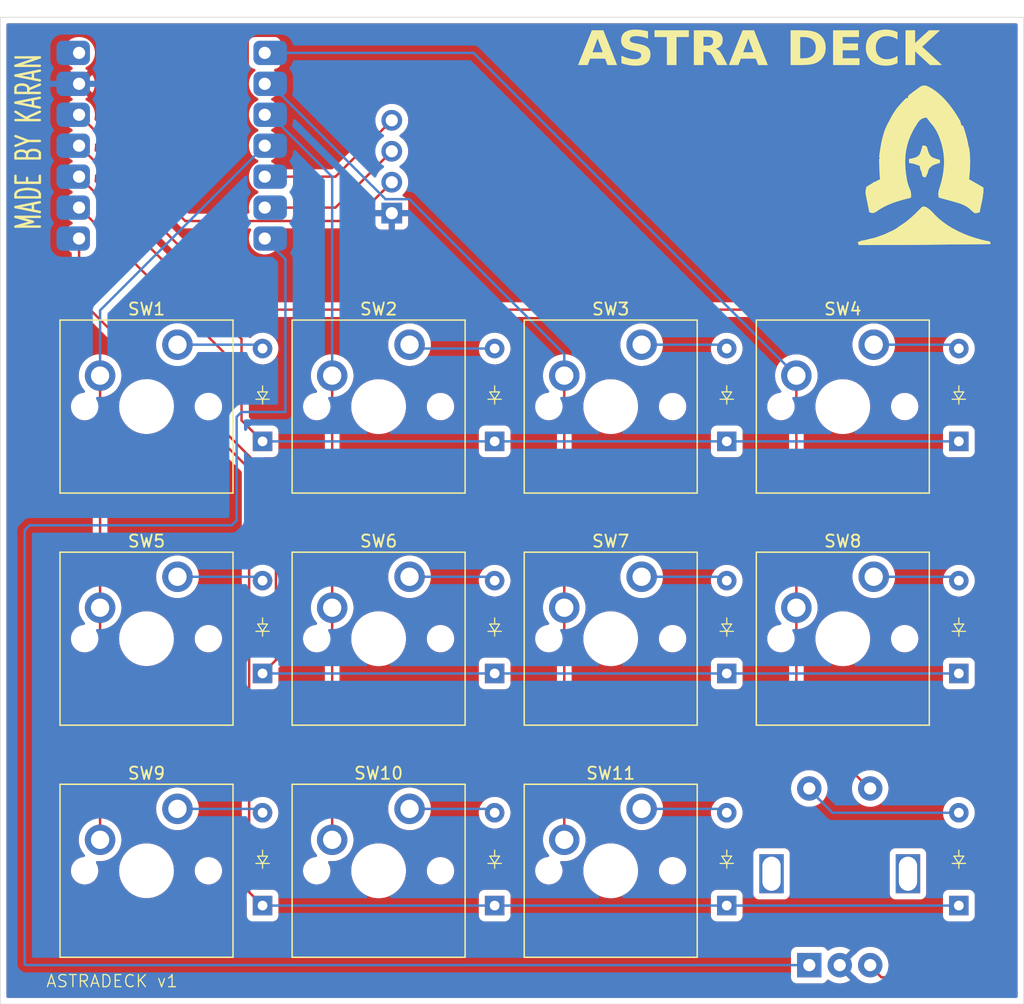
<source format=kicad_pcb>
(kicad_pcb (version 20241229) (generator "pcbnew") (generator_version "9.0")
  (layers (0 "F.Cu" signal) (2 "B.Cu" signal) (13 "F.Paste" user) (15 "B.Paste" user) (5 "F.SilkS" user "F.Silkscreen") (7 "B.SilkS" user "B.Silkscreen") (1 "F.Mask" user) (3 "B.Mask" user) (25 "Edge.Cuts" user))
  (net 0 "")
  (net 1 "Row A")
  (net 2 "Net-(D1-A)")
  (net 3 "Net-(D2-A)")
  (net 4 "Net-(D3-A)")
  (net 5 "Net-(D4-A)")
  (net 6 "Net-(D5-A)")
  (net 7 "Row B")
  (net 8 "Net-(D6-A)")
  (net 9 "Net-(D7-A)")
  (net 10 "Net-(D8-A)")
  (net 11 "Net-(D9-A)")
  (net 12 "Row C")
  (net 13 "Net-(D10-A)")
  (net 14 "Net-(D11-A)")
  (net 15 "Net-(D12-A)")
  (net 16 "+3.3V")
  (net 17 "GND")
  (net 18 "SDA")
  (net 19 "SCL")
  (net 20 "Col2")
  (net 21 "Col3")
  (net 22 "Col0")
  (net 23 "Col1")
  (net 24 "A")
  (net 25 "B")
  (footprint "ScottoKeebs_MX:MX_PCB_1.00u" (layer "F.Cu") (at 54.491848 79.013231)
    (property "Reference" "SW6")
    (property "Value" "SW_Push_45deg")
  )
  (footprint "ScottoKeebs_MX:MX_PCB_1.00u" (layer "F.Cu") (at 73.541848 59.963231)
    (property "Reference" "SW3")
    (property "Value" "SW_Push_45deg")
  )
  (footprint "ScottoKeebs_MX:MX_PCB_1.00u" (layer "F.Cu") (at 35.441848 79.013231)
    (property "Reference" "SW5")
    (property "Value" "SW_Push_45deg")
  )
  (footprint "ScottoKeebs_MX:MX_PCB_1.00u" (layer "F.Cu") (at 54.491848 98.063231)
    (property "Reference" "SW10")
    (property "Value" "SW_Push_45deg")
  )
  (footprint "ScottoKeebs_Components:Diode_DO-35" (layer "F.Cu") (at 83.066848 62.820731 90)
    (property "Reference" "D3" (hide yes))
    (property "Value" "D" (hide yes))
  )
  (footprint "ScottoKeebs_Components:Diode_DO-35" (layer "F.Cu") (at 64.016848 81.870731 90)
    (property "Reference" "D6" (hide yes))
    (property "Value" "D" (hide yes))
  )
  (footprint "ScottoKeebs_MX:MX_PCB_1.00u" (layer "F.Cu") (at 92.591848 79.013231)
    (property "Reference" "SW8")
    (property "Value" "SW_Push_45deg")
  )
  (footprint "ScottoKeebs_MX:MX_PCB_1.00u" (layer "F.Cu") (at 35.441848 59.963231)
    (property "Reference" "SW1")
    (property "Value" "SW_Push_45deg")
  )
  (footprint "ScottoKeebs_Components:Diode_DO-35" (layer "F.Cu") (at 83.066848 81.870731 90)
    (property "Reference" "D7" (hide yes))
    (property "Value" "D" (hide yes))
  )
  (footprint "ScottoKeebs_MX:MX_PCB_1.00u" (layer "F.Cu") (at 73.541848 79.013231)
    (property "Reference" "SW7")
    (property "Value" "SW_Push_45deg")
  )
  (footprint "ScottoKeebs_Components:Diode_DO-35" (layer "F.Cu") (at 102.116848 62.820731 90)
    (property "Reference" "D4" (hide yes))
    (property "Value" "D" (hide yes))
  )
  (footprint "ScottoKeebs_MX:MX_PCB_1.00u" (layer "F.Cu") (at 54.491848 59.963231)
    (property "Reference" "SW2")
    (property "Value" "SW_Push_45deg")
  )
  (footprint "ScottoKeebs_Scotto:Encoder_EC11_MX" (layer "F.Cu") (at 92.341848 98.308231 90)
    (property "Reference" "SW12" (hide yes))
    (property "Value" "RotaryEncoder_Switch" (hide yes))
  )
  (footprint "ScottoKeebs_Components:Diode_DO-35" (layer "F.Cu") (at 64.016848 62.820731 90)
    (property "Reference" "D2" (hide yes))
    (property "Value" "D" (hide yes))
  )
  (footprint "ScottoKeebs_Components:Diode_DO-35" (layer "F.Cu") (at 44.966848 100.920731 90)
    (property "Reference" "D9" (hide yes))
    (property "Value" "D" (hide yes))
  )
  (footprint "ScottoKeebs_Components:Diode_DO-35" (layer "F.Cu") (at 102.116848 100.920731 90)
    (property "Reference" "D12" (hide yes))
    (property "Value" "D" (hide yes))
  )
  (footprint "ScottoKeebs_Components:Diode_DO-35" (layer "F.Cu") (at 83.066848 100.920731 90)
    (property "Reference" "D11" (hide yes))
    (property "Value" "D" (hide yes))
  )
  (footprint "ScottoKeebs_Components:Diode_DO-35" (layer "F.Cu") (at 44.966848 81.870731 90)
    (property "Reference" "D5" (hide yes))
    (property "Value" "D" (hide yes))
  )
  (footprint "ScottoKeebs_Components:Diode_DO-35" (layer "F.Cu") (at 44.966848 62.820731 90)
    (property "Reference" "D1" (hide yes))
    (property "Value" "D" (hide yes))
  )
  (footprint "ScottoKeebs_MX:MX_PCB_1.00u" (layer "F.Cu") (at 92.591848 59.963231)
    (property "Reference" "SW4")
    (property "Value" "SW_Push_45deg")
  )
  (footprint "ScottoKeebs_Components:OLED_128x32" (layer "F.Cu") (at 53.972629 34.288231)
    (property "Reference" "J1" (hide yes))
    (property "Value" "OLED_128x32")
  )
  (footprint "ScottoKeebs_Components:Diode_DO-35" (layer "F.Cu") (at 64.016848 100.920731 90)
    (property "Reference" "D10" (hide yes))
    (property "Value" "D" (hide yes))
  )
  (footprint "ScottoKeebs_MX:MX_PCB_1.00u" (layer "F.Cu") (at 73.541848 98.063231)
    (property "Reference" "SW11")
    (property "Value" "SW_Push_45deg")
  )
  (footprint "ScottoKeebs_MX:MX_PCB_1.00u" (layer "F.Cu") (at 35.441848 98.063231)
    (property "Reference" "SW9")
    (property "Value" "SW_Push_45deg" (hide yes))
  )
  (footprint "ScottoKeebs_Components:Diode_DO-35" (layer "F.Cu") (at 102.116848 81.870731 90)
    (property "Reference" "D8" (hide yes))
    (property "Value" "D" (hide yes))
  )
  (footprint "ScottoKeebs_MCU:Seeed_XIAO_RP2040" (layer "B.Cu") (at 37.527061 38.552269 180)
    (property "Reference" "U1" (hide yes))
    (property "Value" "MCU_Seeed_XIAO_RP2040")
  )
  (gr_poly (pts (xy 98.824768 34.085031) (xy 98.746614 34.151287) (xy 98.717027 34.175592) (xy 98.68904 34.19766) (xy 98.659104 34.220221) (xy 98.623675 34.24601) (xy 98.522151 34.318195) (xy 98.445078 34.373819) (xy 98.36991 34.429802) (xy 98.296519 34.48661) (xy 98.224773 34.544711) (xy 98.154543 34.604574) (xy 98.085698 34.666665) (xy 98.018108 34.731454) (xy 97.951643 34.799406) (xy 98.031018 34.958156) (xy 97.951643 35.196281) (xy 97.634143 35.275656) (xy 97.567307 35.32333) (xy 97.502213 35.371742) (xy 97.438978 35.421072) (xy 97.377723 35.471501) (xy 97.318566 35.523209) (xy 97.261626 35.576377) (xy 97.207023 35.631187) (xy 97.154875 35.687819) (xy 97.105303 35.746453) (xy 97.058424 35.807271) (xy 97.014358 35.870453) (xy 96.973224 35.93618) (xy 96.935141 36.004633) (xy 96.900229 36.075993) (xy 96.868607 36.15044) (xy 96.840393 36.228156) (xy 96.681643 36.228156) (xy 96.602268 36.466281) (xy 96.522893 36.307531) (xy 96.582451 36.191629) (xy 96.645342 36.076955) (xy 96.711418 35.963582) (xy 96.780532 35.851581) (xy 96.852535 35.741024) (xy 96.927279 35.631981) (xy 97.004615 35.524526) (xy 97.084397 35.418729) (xy 97.166475 35.314662) (xy 97.250702 35.212397) (xy 97.33693 35.112005) (xy 97.42501 35.013559) (xy 97.514794 34.917129) (xy 97.606135 34.822787) (xy 97.698884 34.730606) (xy 97.792892 34.640656) (xy 97.951643 34.640656) (xy 97.951643 34.481906) (xy 98.041831 34.400322) (xy 98.075908 34.370372) (xy 98.108067 34.343155) (xy 98.142377 34.315298) (xy 98.182908 34.28343) (xy 98.298908 34.194172) (xy 98.494245 34.042243) (xy 98.551254 34.003966) (xy 98.574929 33.98848) (xy 98.596032 33.975202) (xy 98.615045 33.963963) (xy 98.632453 33.954592) (xy 98.64874 33.94692) (xy 98.66439 33.940776) (xy 98.679888 33.935992) (xy 98.695717 33.932396) (xy 98.712362 33.92982) (xy 98.730307 33.928093) (xy 98.750035 33.927045) (xy 98.772032 33.926507) (xy 98.824768 33.926281)) (fill yes) (layer "F.SilkS"))
  (gr_poly (pts (xy 97.661245 41.428876) (xy 97.686015 41.468169) (xy 97.70862 41.505758) (xy 97.729229 41.541991) (xy 97.748011 41.577216) (xy 97.765135 41.611782) (xy 97.780768 41.646036) (xy 97.795078 41.680326) (xy 97.808236 41.715) (xy 97.820408 41.750408) (xy 97.831764 41.786895) (xy 97.842471 41.824812) (xy 97.852699 41.864505) (xy 97.862616 41.906323) (xy 97.88219 41.997726) (xy 97.922497 42.192133) (xy 97.951643 42.34003) (xy 97.634143 42.260655) (xy 97.634143 41.387531)) (fill yes) (layer "F.SilkS"))
  (gr_poly (pts (xy 97.315054 35.254121) (xy 97.31038 35.308097) (xy 97.302761 35.35866) (xy 97.292336 35.406261) (xy 97.279245 35.451352) (xy 97.263627 35.494383) (xy 97.245621 35.535805) (xy 97.225368 35.57607) (xy 97.203005 35.615629) (xy 97.178674 35.654932) (xy 97.152513 35.694432) (xy 97.124661 35.734578) (xy 96.999143 35.910656) (xy 96.958062 35.989331) (xy 96.917696 36.068383) (xy 96.878366 36.147947) (xy 96.840393 36.228156) (xy 96.681643 36.228156) (xy 96.602268 36.466281) (xy 96.522893 36.307531) (xy 96.586222 36.18934) (xy 96.61062 36.145462) (xy 96.634204 36.104985) (xy 96.659997 36.062851) (xy 96.691022 36.014002) (xy 96.780861 35.875929) (xy 96.93093 35.643075) (xy 96.975617 35.580981) (xy 97.020254 35.521388) (xy 97.065372 35.463938) (xy 97.111497 35.408272) (xy 97.159159 35.354032) (xy 97.208884 35.300859) (xy 97.261203 35.248395) (xy 97.316643 35.196281)) (fill yes) (layer "F.SilkS"))
  (gr_poly (pts (xy 96.864562 42.823252) (xy 96.911792 42.827027) (xy 97.023947 42.841085) (xy 97.157893 42.895655) (xy 97.123441 42.935054) (xy 97.089736 42.970917) (xy 97.056512 43.00347) (xy 97.023505 43.032939) (xy 96.990448 43.059549) (xy 96.957077 43.083525) (xy 96.923126 43.105093) (xy 96.88833 43.124479) (xy 96.852423 43.141907) (xy 96.815141 43.157603) (xy 96.776218 43.171793) (xy 96.735388 43.184702) (xy 96.692386 43.196556) (xy 96.646948 43.207579) (xy 96.598806 43.217998) (xy 96.547697 43.228038) (xy 96.353291 43.266176) (xy 96.205393 43.29253) (xy 96.365023 43.128578) (xy 96.430904 43.062421) (xy 96.489094 43.005927) (xy 96.540793 42.958436) (xy 96.587199 42.919287) (xy 96.62951 42.887818) (xy 96.649506 42.874757) (xy 96.668928 42.863367) (xy 96.687926 42.853568) (xy 96.70665 42.845274) (xy 96.725249 42.838405) (xy 96.743875 42.832878) (xy 96.762676 42.828609) (xy 96.781803 42.825516) (xy 96.801405 42.823517) (xy 96.821632 42.822528)) (fill yes) (layer "F.SilkS"))
  (gr_poly (pts (xy 96.469524 36.545278) (xy 96.479664 36.578022) (xy 96.487856 36.607125) (xy 96.494072 36.633234) (xy 96.498282 36.656996) (xy 96.500457 36.679057) (xy 96.500773 36.689652) (xy 96.500569 36.700065) (xy 96.499841 36.710376) (xy 96.498587 36.720666) (xy 96.496802 36.731016) (xy 96.494484 36.741506) (xy 96.488229 36.763233) (xy 96.479795 36.786494) (xy 96.469151 36.811934) (xy 96.456269 36.840202) (xy 96.423674 36.907804) (xy 96.284768 37.180656) (xy 96.235321 37.335256) (xy 96.188105 37.490323) (xy 96.142556 37.645896) (xy 96.098113 37.802013) (xy 96.080969 37.859226) (xy 96.067116 37.904158) (xy 96.055023 37.940689) (xy 96.049156 37.957017) (xy 96.043155 37.9727) (xy 96.036826 37.988224) (xy 96.029978 38.004072) (xy 96.013961 38.038685) (xy 95.993568 38.080419) (xy 95.967268 38.133156) (xy 95.954112 38.29443) (xy 95.942291 38.455478) (xy 95.931796 38.616596) (xy 95.922619 38.778077) (xy 95.912233 38.959462) (xy 95.887893 39.403156) (xy 95.729143 39.403156) (xy 95.729143 39.561906) (xy 95.570393 39.482531) (xy 95.623005 39.096846) (xy 95.682348 38.704937) (xy 95.753132 38.311152) (xy 95.794286 38.114915) (xy 95.840067 37.91984) (xy 95.891063 37.72647) (xy 95.947863 37.535348) (xy 96.011056 37.347019) (xy 96.08123 37.162026) (xy 96.158975 36.980912) (xy 96.244878 36.804221) (xy 96.33953 36.632496) (xy 96.443518 36.466281)) (fill yes) (layer "F.SilkS"))
  (gr_poly (pts (xy 98.057277 42.068399) (xy 98.080832 42.112868) (xy 98.101795 42.156201) (xy 98.12028 42.198665) (xy 98.136399 42.240524) (xy 98.150264 42.282043) (xy 98.161989 42.323488) (xy 98.171685 42.365124) (xy 98.179466 42.407216) (xy 98.185445 42.450029) (xy 98.189733 42.493829) (xy 98.192444 42.53888) (xy 98.19369 42.585448) (xy 98.193585 42.633798) (xy 98.19224 42.684196) (xy 98.189768 42.736905) (xy 98.031018 42.736905) (xy 98.001252 42.60296) (xy 97.979978 42.528161) (xy 97.957024 42.454447) (xy 97.93255 42.381596) (xy 97.906713 42.309386) (xy 97.879671 42.237597) (xy 97.851582 42.166005) (xy 97.792892 42.022531) (xy 98.031018 42.022531)) (fill yes) (layer "F.SilkS"))
  (gr_poly (pts (xy 99.286159 36.011643) (xy 99.347145 36.03478) (xy 99.404932 36.05949) (xy 99.45985 36.08582) (xy 99.512229 36.113819) (xy 99.562401 36.143535) (xy 99.610695 36.175015) (xy 99.657442 36.208308) (xy 99.702973 36.243461) (xy 99.747618 36.280522) (xy 99.791708 36.31954) (xy 99.835572 36.360563) (xy 99.879543 36.403638) (xy 99.923949 36.448813) (xy 100.015392 36.545656) (xy 100.154299 36.669679) (xy 100.175783 36.695353) (xy 100.195235 36.7206) (xy 100.212795 36.74555) (xy 100.228604 36.770331) (xy 100.242802 36.79507) (xy 100.255529 36.819898) (xy 100.266928 36.844942) (xy 100.277138 36.870331) (xy 100.286299 36.896193) (xy 100.294553 36.922657) (xy 100.30204 36.949852) (xy 100.308901 36.977906) (xy 100.315276 37.006947) (xy 100.321305 37.037104) (xy 100.332893 37.101281) (xy 100.280011 37.078788) (xy 100.230426 37.055255) (xy 100.183844 37.030607) (xy 100.13997 37.004771) (xy 100.098512 36.977674) (xy 100.059174 36.949244) (xy 100.021662 36.919405) (xy 99.985684 36.888086) (xy 99.950943 36.855212) (xy 99.917147 36.820711) (xy 99.884002 36.784509) (xy 99.851213 36.746533) (xy 99.818485 36.706709) (xy 99.785526 36.664965) (xy 99.717737 36.575421) (xy 99.570148 36.378844) (xy 99.459767 36.228156) (xy 99.390455 36.239574) (xy 99.326113 36.252867) (xy 99.26624 36.268156) (xy 99.210332 36.285563) (xy 99.157889 36.305213) (xy 99.108408 36.327227) (xy 99.061386 36.351729) (xy 99.016322 36.37884) (xy 98.972713 36.408683) (xy 98.930058 36.441382) (xy 98.887853 36.477059) (xy 98.845597 36.515837) (xy 98.802788 36.557837) (xy 98.758923 36.603184) (xy 98.666018 36.704406) (xy 98.686659 36.640898) (xy 98.70849 36.581655) (xy 98.73166 36.526303) (xy 98.756314 36.474465) (xy 98.782602 36.425767) (xy 98.810668 36.379834) (xy 98.840662 36.33629) (xy 98.872731 36.294761) (xy 98.907022 36.254871) (xy 98.943681 36.216245) (xy 98.982857 36.178509) (xy 99.024697 36.141286) (xy 99.069348 36.104202) (xy 99.116958 36.066881) (xy 99.167674 36.028949) (xy 99.221643 35.990031)) (fill yes) (layer "F.SilkS"))
  (gr_poly (pts (xy 100.772017 42.745452) (xy 101.055786 42.764255) (xy 101.197782 42.778914) (xy 101.339235 42.797829) (xy 101.47968 42.821566) (xy 101.618653 42.850688) (xy 101.75569 42.885759) (xy 101.890326 42.927345) (xy 102.022098 42.976008) (xy 102.150541 43.032313) (xy 102.275192 43.096825) (xy 102.395585 43.170107) (xy 102.511258 43.252724) (xy 102.621745 43.345241) (xy 102.714143 43.45128) (xy 102.590739 43.413143) (xy 102.067764 43.257595) (xy 101.543211 43.10767) (xy 100.491643 42.81628) (xy 100.491643 42.736905)) (fill yes) (layer "F.SilkS"))
  (gr_poly (pts (xy 104.619142 46.388155) (xy 104.698517 46.62628) (xy 103.587267 46.62628) (xy 103.904768 46.46753) (xy 103.746017 46.308781)) (fill yes) (layer "F.SilkS"))
  (gr_poly (pts (xy 103.825393 44.006906) (xy 103.7709 44.02985) (xy 103.747955 44.039171) (xy 103.727104 44.047213) (xy 103.707764 44.054093) (xy 103.689354 44.059926) (xy 103.671293 44.064829) (xy 103.653 44.068918) (xy 103.633892 44.072309) (xy 103.61339 44.075119) (xy 103.59091 44.077464) (xy 103.565873 44.07946) (xy 103.505799 44.08287) (xy 103.428517 44.086281) (xy 103.37866 44.052439) (xy 103.329898 44.017423) (xy 103.282147 43.981316) (xy 103.23532 43.944205) (xy 103.189332 43.906173) (xy 103.144095 43.867305) (xy 103.055533 43.7874) (xy 102.968945 43.705168) (xy 102.883644 43.621285) (xy 102.714143 43.45128) (xy 103.190392 43.530655) (xy 103.190392 43.689406) (xy 103.587267 43.848156) (xy 103.661681 43.575303) (xy 103.689674 43.481811) (xy 103.711678 43.410585) (xy 103.729613 43.357381) (xy 103.737654 43.336211) (xy 103.745397 43.317955) (xy 103.753082 43.302083) (xy 103.760949 43.288063) (xy 103.769237 43.275367) (xy 103.778186 43.263462) (xy 103.788037 43.251819) (xy 103.799028 43.239907) (xy 103.825393 43.213155) (xy 103.904768 43.213155)) (fill yes) (layer "F.SilkS"))
  (gr_poly (pts (xy 102.973794 38.830869) (xy 102.992279 38.971903) (xy 103.007762 39.11231) (xy 103.020284 39.252516) (xy 103.029885 39.39295) (xy 103.036605 39.534036) (xy 103.040485 39.676202) (xy 103.041564 39.819874) (xy 103.040945 40.132414) (xy 103.035801 40.259199) (xy 103.028261 40.385234) (xy 103.018431 40.510698) (xy 103.006416 40.635771) (xy 102.992323 40.760634) (xy 102.976256 40.885467) (xy 102.958322 41.01045) (xy 102.938625 41.135763) (xy 102.937342 41.198181) (xy 102.937501 41.223922) (xy 102.938527 41.246633) (xy 102.940672 41.266775) (xy 102.942242 41.276027) (xy 102.944185 41.28481) (xy 102.946534 41.293181) (xy 102.949319 41.301199) (xy 102.952571 41.30892) (xy 102.956323 41.316404) (xy 102.960604 41.323706) (xy 102.965448 41.330886) (xy 102.970884 41.338) (xy 102.976945 41.345106) (xy 102.983661 41.352263) (xy 102.991065 41.359527) (xy 103.008058 41.374609) (xy 103.028175 41.390815) (xy 103.051667 41.408604) (xy 103.109777 41.450783) (xy 103.269767 41.546281) (xy 102.793518 41.546281) (xy 102.78263 41.523476) (xy 102.772865 41.5009) (xy 102.76418 41.478533) (xy 102.756531 41.456357) (xy 102.744171 41.412493) (xy 102.735441 41.36915) (xy 102.729997 41.32617) (xy 102.727496 41.283392) (xy 102.727591 41.24066) (xy 102.72994 41.197814) (xy 102.734199 41.154695) (xy 102.740022 41.111145) (xy 102.754988 41.022117) (xy 102.772084 40.929461) (xy 102.788557 40.831906) (xy 102.821859 40.563924) (xy 102.846551 40.29655) (xy 102.863686 40.029494) (xy 102.874319 39.762463) (xy 102.879502 39.495168) (xy 102.88029 39.227316) (xy 102.872893 38.688781) (xy 102.952268 38.688781)) (fill yes) (layer "F.SilkS"))
  (gr_poly (pts (xy 99.380393 43.610031) (xy 99.167072 43.783664) (xy 99.064834 43.869786) (xy 98.963675 43.956964) (xy 98.864146 44.045744) (xy 98.766798 44.136671) (xy 98.67218 44.230291) (xy 98.626068 44.278282) (xy 98.580845 44.32715) (xy 98.536579 44.376964) (xy 98.493341 44.427792) (xy 98.451198 44.479703) (xy 98.410219 44.532764) (xy 98.342128 44.617551) (xy 98.271626 44.697506) (xy 98.198798 44.772996) (xy 98.123727 44.844387) (xy 98.046498 44.912047) (xy 97.967195 44.976342) (xy 97.885901 45.037641) (xy 97.8027 45.09631) (xy 97.717676 45.152715) (xy 97.630913 45.207225) (xy 97.542496 45.260207) (xy 97.452507 45.312026) (xy 97.268151 45.413649) (xy 97.078518 45.51503) (xy 97.078518 45.276905) (xy 97.193782 45.189876) (xy 97.237752 45.157741) (xy 97.279746 45.12831) (xy 97.325111 45.097919) (xy 97.379197 45.062907) (xy 97.534924 44.964367) (xy 97.6295 44.901273) (xy 97.721902 44.836843) (xy 97.812285 44.77109) (xy 97.900807 44.704025) (xy 97.987627 44.635658) (xy 98.072901 44.566002) (xy 98.239444 44.422866) (xy 98.401695 44.274709) (xy 98.560916 44.121623) (xy 98.718367 43.963698) (xy 98.875307 43.801027) (xy 98.937535 43.737828) (xy 98.986235 43.689367) (xy 99.006781 43.669673) (xy 99.025467 43.652475) (xy 99.0428 43.637377) (xy 99.059288 43.623983) (xy 99.075438 43.611898) (xy 99.091758 43.600724) (xy 99.108754 43.590066) (xy 99.126934 43.579528) (xy 99.146806 43.568715) (xy 99.168876 43.557228) (xy 99.221643 43.530655)) (fill yes) (layer "F.SilkS"))
  (gr_poly (pts (xy 94.776643 42.022531) (xy 94.617893 42.022531) (xy 94.692307 42.253834) (xy 94.713482 42.331658) (xy 94.732625 42.409669) (xy 94.74989 42.487864) (xy 94.765428 42.566239) (xy 94.791935 42.723509) (xy 94.813367 42.881446) (xy 94.830945 43.040015) (xy 94.84589 43.199184) (xy 94.872761 43.519183) (xy 94.885783 43.641422) (xy 94.900936 43.763429) (xy 94.917659 43.885244) (xy 94.935393 44.006906) (xy 95.094143 44.086281) (xy 94.776643 44.006906) (xy 94.694034 43.602742) (xy 94.612932 43.198272) (xy 94.565028 42.967434) (xy 94.520845 42.743417) (xy 94.479277 42.5381) (xy 94.475665 42.497848) (xy 94.473117 42.458654) (xy 94.471614 42.420378) (xy 94.471137 42.382883) (xy 94.471667 42.346028) (xy 94.473185 42.309675) (xy 94.475671 42.273684) (xy 94.479108 42.237917) (xy 94.483475 42.202235) (xy 94.488755 42.166499) (xy 94.494927 42.130569) (xy 94.501973 42.094307) (xy 94.518612 42.02023) (xy 94.538518 41.943156) (xy 94.617893 41.863781) (xy 94.776643 41.863781)) (fill yes) (layer "F.SilkS"))
  (gr_poly (pts (xy 98.666018 36.783781) (xy 98.573 36.926718) (xy 98.425295 37.17421) (xy 98.292642 37.422351) (xy 98.174688 37.671391) (xy 98.071078 37.921581) (xy 97.981457 38.173172) (xy 97.905473 38.426413) (xy 97.84277 38.681556) (xy 97.792996 38.938851) (xy 97.755794 39.198549) (xy 97.730812 39.4609) (xy 97.717696 39.726155) (xy 97.71609 39.994564) (xy 97.725642 40.266378) (xy 97.745996 40.541848) (xy 97.7768 40.821224) (xy 97.817698 41.104757) (xy 97.845971 41.283971) (xy 97.865667 41.389758) (xy 97.887049 41.491248) (xy 97.910623 41.5896) (xy 97.936894 41.685976) (xy 97.966369 41.781536) (xy 97.999553 41.877441) (xy 98.036954 41.974852) (xy 98.079077 42.07493) (xy 98.099258 42.124858) (xy 98.117293 42.172903) (xy 98.133263 42.219368) (xy 98.147249 42.264551) (xy 98.15933 42.308754) (xy 98.16959 42.352278) (xy 98.178108 42.395422) (xy 98.184965 42.438489) (xy 98.190243 42.481778) (xy 98.194023 42.52559) (xy 98.196385 42.570225) (xy 98.197411 42.615985) (xy 98.197181 42.66317) (xy 98.195776 42.71208) (xy 98.189768 42.81628) (xy 97.88498 42.891935) (xy 97.527089 42.985761) (xy 97.184467 43.084637) (xy 96.854285 43.192128) (xy 96.692976 43.25022) (xy 96.533717 43.311803) (xy 96.376154 43.377323) (xy 96.219935 43.447226) (xy 96.064705 43.521957) (xy 95.910111 43.601964) (xy 95.7558 43.687691) (xy 95.601419 43.779584) (xy 95.446613 43.878089) (xy 95.29103 43.983652) (xy 95.225708 44.017462) (xy 95.198621 44.031014) (xy 95.174532 44.042464) (xy 95.152901 44.051916) (xy 95.13319 44.05947) (xy 95.11486 44.065229) (xy 95.097372 44.069293) (xy 95.080186 44.071765) (xy 95.062764 44.072745) (xy 95.044567 44.072337) (xy 95.025055 44.07064) (xy 95.00369 44.067757) (xy 94.979934 44.06379) (xy 94.923087 44.053007) (xy 94.776643 44.006906) (xy 94.694034 43.602742) (xy 94.612932 43.198272) (xy 94.565028 42.967434) (xy 94.520845 42.743417) (xy 94.479277 42.5381) (xy 94.475743 42.498104) (xy 94.473352 42.459083) (xy 94.472068 42.420908) (xy 94.471851 42.38345) (xy 94.472663 42.346581) (xy 94.474466 42.310173) (xy 94.47722 42.274097) (xy 94.480889 42.238224) (xy 94.485432 42.202427) (xy 94.490813 42.166576) (xy 94.503931 42.0942) (xy 94.519935 42.02007) (xy 94.538518 41.943156) (xy 94.776643 41.863781) (xy 94.776643 42.022531) (xy 94.617893 42.022531) (xy 94.684556 42.248873) (xy 94.771682 42.54839) (xy 94.858188 42.844186) (xy 94.882893 42.939682) (xy 94.906 43.034827) (xy 94.927577 43.12983) (xy 94.947686 43.224899) (xy 94.966395 43.320244) (xy 94.983768 43.416075) (xy 94.999871 43.5126) (xy 95.014768 43.610031) (xy 95.126045 43.56529) (xy 95.171912 43.546176) (xy 95.21235 43.52846) (xy 95.248173 43.511558) (xy 95.280195 43.494889) (xy 95.309228 43.477873) (xy 95.336089 43.459928) (xy 95.36159 43.440472) (xy 95.386545 43.418925) (xy 95.411768 43.394704) (xy 95.438073 43.367229) (xy 95.466274 43.335918) (xy 95.497185 43.300189) (xy 95.570393 43.213155) (xy 95.697803 43.165184) (xy 95.826141 43.12234) (xy 95.955372 43.0839) (xy 96.085463 43.049145) (xy 96.216379 43.017354) (xy 96.348086 42.987805) (xy 96.61374 42.932552) (xy 96.662592 42.924598) (xy 96.682661 42.921023) (xy 96.700269 42.917489) (xy 96.715746 42.913825) (xy 96.729426 42.909862) (xy 96.741641 42.905429) (xy 96.752721 42.900356) (xy 96.763 42.894472) (xy 96.772809 42.887607) (xy 96.782481 42.879591) (xy 96.792346 42.870253) (xy 96.802738 42.859424) (xy 96.813989 42.846932) (xy 96.840393 42.81628) (xy 96.990515 42.802955) (xy 97.140367 42.791106) (xy 97.2903 42.780682) (xy 97.440666 42.771632) (xy 97.611663 42.761245) (xy 98.031018 42.736905) (xy 98.016929 42.67376) (xy 98.001982 42.612703) (xy 97.985788 42.553269) (xy 97.967962 42.494988) (xy 97.948115 42.437395) (xy 97.92586 42.380022) (xy 97.913709 42.351272) (xy 97.90081 42.322402) (xy 97.887116 42.293352) (xy 97.872578 42.264066) (xy 97.856738 42.230862) (xy 97.841979 42.197964) (xy 97.828229 42.165301) (xy 97.815415 42.132803) (xy 97.803466 42.100399) (xy 97.79231 42.068018) (xy 97.77209 42.003039) (xy 97.754179 41.9373) (xy 97.738003 41.870231) (xy 97.722988 41.801266) (xy 97.708557 41.729835) (xy 97.697457 41.652435) (xy 97.692501 41.620396) (xy 97.687641 41.591973) (xy 97.682651 41.566549) (xy 97.677306 41.543506) (xy 97.67138 41.522227) (xy 97.664649 41.502094) (xy 97.656887 41.482488) (xy 97.647869 41.462794) (xy 97.63737 41.442392) (xy 97.625164 41.420665) (xy 97.611026 41.396996) (xy 97.594731 41.370766) (xy 97.554768 41.308156) (xy 97.513736 41.016614) (xy 97.481403 40.724866) (xy 97.458494 40.433349) (xy 97.445735 40.142499) (xy 97.443852 39.852752) (xy 97.453571 39.564545) (xy 97.475617 39.278313) (xy 97.510717 38.994494) (xy 97.559595 38.713524) (xy 97.622978 38.435839) (xy 97.701591 38.161876) (xy 97.796161 37.89207) (xy 97.907413 37.626859) (xy 98.036072 37.366679) (xy 98.182865 37.111966) (xy 98.348517 36.863156) (xy 98.507268 36.704406)) (fill yes) (layer "F.SilkS"))
  (gr_poly (pts (xy 95.869104 40.196183) (xy 95.911466 40.617573) (xy 95.934732 40.929346) (xy 95.938932 41.051592) (xy 95.93803 41.155394) (xy 95.931919 41.243739) (xy 95.920489 41.319612) (xy 95.903631 41.386002) (xy 95.881235 41.445895) (xy 95.853194 41.502276) (xy 95.819398 41.558135) (xy 95.734104 41.680226) (xy 95.674774 41.704558) (xy 95.615836 41.726586) (xy 95.557193 41.746437) (xy 95.498745 41.764236) (xy 95.440394 41.780111) (xy 95.38204 41.794187) (xy 95.323585 41.80659) (xy 95.264931 41.817447) (xy 95.205977 41.826884) (xy 95.146627 41.835027) (xy 95.026338 41.847937) (xy 94.903273 41.857184) (xy 94.776643 41.863781) (xy 94.856483 41.784561) (xy 94.891229 41.751287) (xy 94.924231 41.721153) (xy 94.956768 41.693345) (xy 94.990118 41.667048) (xy 95.025562 41.641449) (xy 95.064377 41.615734) (xy 95.107844 41.589088) (xy 95.15724 41.560698) (xy 95.213845 41.52975) (xy 95.278938 41.495431) (xy 95.353798 41.456925) (xy 95.439703 41.41342) (xy 95.649768 41.308156) (xy 95.570393 39.641281) (xy 95.808518 39.641281)) (fill yes) (layer "F.SilkS"))
  (gr_poly (pts (xy 99.192332 38.535374) (xy 99.231991 38.540166) (xy 99.24908 38.542645) (xy 99.264964 38.545335) (xy 99.280106 38.548352) (xy 99.294971 38.551812) (xy 99.310026 38.555832) (xy 99.325735 38.560528) (xy 99.342563 38.566016) (xy 99.360975 38.572412) (xy 99.404412 38.588395) (xy 99.459767 38.609406) (xy 99.483826 38.666006) (xy 99.502594 38.711125) (xy 99.517584 38.749238) (xy 99.530306 38.784822) (xy 99.542272 38.822353) (xy 99.554994 38.866309) (xy 99.569984 38.921165) (xy 99.588752 38.991398) (xy 99.622338 39.084865) (xy 99.638399 39.126955) (xy 99.654441 39.166316) (xy 99.670818 39.203226) (xy 99.687882 39.237958) (xy 99.705985 39.27079) (xy 99.72548 39.301997) (xy 99.746719 39.331855) (xy 99.770055 39.360639) (xy 99.79584 39.388626) (xy 99.824427 39.416091) (xy 99.856169 39.44331) (xy 99.891417 39.470559) (xy 99.930525 39.498113) (xy 99.973845 39.526249) (xy 100.047832 39.554429) (xy 100.12167 39.581539) (xy 100.195527 39.607561) (xy 100.269573 39.632475) (xy 100.343976 39.656261) (xy 100.418905 39.6789) (xy 100.494529 39.700371) (xy 100.571018 39.720656) (xy 100.571018 39.95878) (xy 100.405757 40.0087) (xy 100.269015 40.051328) (xy 100.212474 40.069628) (xy 100.162397 40.086702) (xy 100.117716 40.103138) (xy 100.077364 40.119524) (xy 100.040273 40.136447) (xy 100.005377 40.154496) (xy 99.971608 40.174257) (xy 99.937898 40.196319) (xy 99.90318 40.221269) (xy 99.866388 40.249696) (xy 99.826452 40.282186) (xy 99.782307 40.319327) (xy 99.677119 40.409916) (xy 99.654009 40.464503) (xy 99.635809 40.508674) (xy 99.6209 40.547375) (xy 99.614175 40.566219) (xy 99.607666 40.58555) (xy 99.601172 40.605987) (xy 99.59449 40.628146) (xy 99.579756 40.680107) (xy 99.561845 40.746379) (xy 99.539142 40.831906) (xy 99.460805 40.991178) (xy 99.42094 41.070466) (xy 99.380393 41.149405) (xy 99.142268 41.07003) (xy 99.115913 40.956278) (xy 99.106688 40.913674) (xy 99.098859 40.873918) (xy 99.091495 40.832012) (xy 99.083666 40.782955) (xy 99.062893 40.64339) (xy 99.04723 40.563793) (xy 99.034094 40.501456) (xy 99.027892 40.475126) (xy 99.021624 40.451148) (xy 99.015056 40.42887) (xy 99.007958 40.407636) (xy 99.000096 40.386794) (xy 98.991238 40.365688) (xy 98.981151 40.343666) (xy 98.969602 40.320072) (xy 98.94119 40.265555) (xy 98.904142 40.196906) (xy 98.85136 40.170077) (xy 98.798639 40.145398) (xy 98.745916 40.122751) (xy 98.693125 40.102014) (xy 98.640204 40.083069) (xy 98.587086 40.065796) (xy 98.533709 40.050077) (xy 98.480007 40.035791) (xy 98.425918 40.022819) (xy 98.371375 40.011042) (xy 98.260676 39.990594) (xy 98.147395 39.973492) (xy 98.031018 39.95878) (xy 98.031018 39.800031) (xy 98.110393 39.800031) (xy 98.110393 39.879405) (xy 98.290227 39.90359) (xy 98.38314 39.921999) (xy 98.472685 39.941424) (xy 98.559653 39.962547) (xy 98.644835 39.986052) (xy 98.729022 40.012621) (xy 98.770989 40.027267) (xy 98.813004 40.042935) (xy 98.855165 40.05971) (xy 98.897572 40.077677) (xy 98.940323 40.096923) (xy 98.983517 40.117531) (xy 99.013904 40.164498) (xy 99.04239 40.211549) (xy 99.069083 40.258743) (xy 99.094088 40.306135) (xy 99.11751 40.353784) (xy 99.139456 40.401747) (xy 99.160032 40.450082) (xy 99.179343 40.498845) (xy 99.197495 40.548095) (xy 99.214595 40.597889) (xy 99.24606 40.699336) (xy 99.274586 40.803647) (xy 99.301018 40.911281) (xy 99.380393 40.911281) (xy 99.444885 40.653312) (xy 99.491458 40.507088) (xy 99.528805 40.395089) (xy 99.545236 40.349672) (xy 99.560822 40.310109) (xy 99.576048 40.275497) (xy 99.591402 40.244936) (xy 99.607371 40.217526) (xy 99.624442 40.192364) (xy 99.643101 40.16855) (xy 99.663836 40.145182) (xy 99.687133 40.12136) (xy 99.713479 40.096182) (xy 99.777268 40.038156) (xy 99.85615 40.012099) (xy 99.934585 39.988573) (xy 100.012867 39.967198) (xy 100.09129 39.947599) (xy 100.170148 39.929397) (xy 100.249735 39.912216) (xy 100.412268 39.879405) (xy 100.412268 39.800031) (xy 100.214983 39.734386) (xy 100.017981 39.672617) (xy 99.919093 39.64328) (xy 99.819684 39.615024) (xy 99.719558 39.587887) (xy 99.618518 39.561906) (xy 99.380393 38.688781) (xy 99.221643 38.688781) (xy 99.175134 38.839469) (xy 99.112502 39.036046) (xy 99.05111 39.231383) (xy 99.028489 39.288391) (xy 99.018726 39.312067) (xy 99.009553 39.333169) (xy 99.000637 39.352183) (xy 98.991648 39.36959) (xy 98.982254 39.385877) (xy 98.972123 39.401528) (xy 98.960924 39.417025) (xy 98.948325 39.432855) (xy 98.933994 39.449499) (xy 98.917601 39.467444) (xy 98.898813 39.487173) (xy 98.8773 39.50917) (xy 98.824768 39.561906) (xy 98.733889 39.596627) (xy 98.642353 39.629625) (xy 98.550247 39.661009) (xy 98.457659 39.69089) (xy 98.261081 39.753522) (xy 98.110393 39.800031) (xy 98.031018 39.800031) (xy 98.031018 39.641281) (xy 98.193488 39.619887) (xy 98.280099 39.601757) (xy 98.3625 39.582624) (xy 98.441698 39.561709) (xy 98.518695 39.538233) (xy 98.556683 39.525292) (xy 98.594497 39.511419) (xy 98.632263 39.496516) (xy 98.670107 39.480487) (xy 98.708153 39.463233) (xy 98.746529 39.444658) (xy 98.785359 39.424665) (xy 98.824768 39.403156) (xy 98.854446 39.350975) (xy 98.882345 39.298663) (xy 98.908565 39.24618) (xy 98.933208 39.193486) (xy 98.956372 39.140539) (xy 98.978158 39.087302) (xy 98.998667 39.033732) (xy 99.017997 38.97979) (xy 99.053527 38.870628) (xy 99.085547 38.759496) (xy 99.11486 38.64607) (xy 99.142268 38.530031)) (fill yes) (layer "F.SilkS"))
  (gr_poly (pts (xy 101.964495 36.186847) (xy 102.004397 36.225316) (xy 102.040447 36.26429) (xy 102.072993 36.303871) (xy 102.102384 36.344161) (xy 102.12897 36.38526) (xy 102.1531 36.427271) (xy 102.175121 36.470295) (xy 102.195383 36.514434) (xy 102.214235 36.559789) (xy 102.232025 36.606463) (xy 102.249103 36.654556) (xy 102.282517 36.755407) (xy 102.317267 36.863156) (xy 102.476017 36.942531) (xy 102.237892 37.021906) (xy 102.133092 36.850909) (xy 102.054338 36.718048) (xy 102.023564 36.662722) (xy 101.997907 36.613094) (xy 101.976901 36.567883) (xy 101.96008 36.525812) (xy 101.94698 36.485601) (xy 101.937136 36.445972) (xy 101.930082 36.405645) (xy 101.925353 36.363341) (xy 101.922485 36.317782) (xy 101.921013 36.267688) (xy 101.920392 36.148781)) (fill yes) (layer "F.SilkS"))
  (gr_poly (pts (xy 95.114607 41.725805) (xy 95.128402 41.727198) (xy 95.142648 41.729273) (xy 95.172898 41.735416) (xy 95.206171 41.744117) (xy 95.243281 41.75526) (xy 95.332268 41.784406) (xy 95.094143 41.972921) (xy 94.856018 42.18128) (xy 94.856018 42.34003) (xy 94.617893 42.419406) (xy 94.617893 42.022531) (xy 94.776643 42.022531) (xy 94.776643 41.863781) (xy 94.872141 41.80828) (xy 94.911809 41.786169) (xy 94.947175 41.767663) (xy 94.979053 41.752644) (xy 95.008257 41.740998) (xy 95.02211 41.736402) (xy 95.0356 41.732607) (xy 95.048828 41.729596) (xy 95.061897 41.727355) (xy 95.074907 41.72587) (xy 95.087961 41.725126) (xy 95.10116 41.725109)) (fill yes) (layer "F.SilkS"))
  (gr_poly (pts (xy 101.413292 35.397354) (xy 101.510495 35.492077) (xy 101.54933 35.531648) (xy 101.582584 35.567266) (xy 101.610954 35.599861) (xy 101.635139 35.630363) (xy 101.655835 35.659702) (xy 101.673741 35.688809) (xy 101.689554 35.718613) (xy 101.703972 35.750046) (xy 101.717692 35.784036) (xy 101.731412 35.821514) (xy 101.761642 35.910656) (xy 101.69129 35.877122) (xy 101.626374 35.844269) (xy 101.595589 35.827718) (xy 101.565723 35.810879) (xy 101.53663 35.793601) (xy 101.508163 35.775731) (xy 101.480176 35.757117) (xy 101.452523 35.737605) (xy 101.425056 35.717044) (xy 101.397629 35.69528) (xy 101.370096 35.672162) (xy 101.34231 35.647537) (xy 101.314124 35.621253) (xy 101.285392 35.593156) (xy 101.285392 35.275656)) (fill yes) (layer "F.SilkS"))
  (gr_poly (pts (xy 98.666018 36.783781) (xy 98.573 36.926718) (xy 98.435603 37.153996) (xy 98.370833 37.268154) (xy 98.308753 37.382834) (xy 98.249416 37.498167) (xy 98.192874 37.614285) (xy 98.139182 37.731319) (xy 98.088391 37.8494) (xy 98.040555 37.96866) (xy 97.995727 38.089231) (xy 97.95396 38.211243) (xy 97.915307 38.334828) (xy 97.879821 38.460118) (xy 97.847554 38.587244) (xy 97.81856 38.716338) (xy 97.792892 38.847531) (xy 97.554768 38.926906) (xy 97.668015 38.394459) (xy 97.7606 37.986855) (xy 97.802632 37.82173) (xy 97.843684 37.678048) (xy 97.885151 37.552555) (xy 97.928429 37.441994) (xy 97.974913 37.34311) (xy 98.025998 37.252648) (xy 98.08308 37.167351) (xy 98.147553 37.083964) (xy 98.220813 36.999232) (xy 98.304255 36.909899) (xy 98.507268 36.704406)) (fill yes) (layer "F.SilkS"))
  (gr_poly (pts (xy 94.379768 46.62628) (xy 93.824143 46.546905) (xy 93.854965 46.516757) (xy 93.884008 46.489804) (xy 93.911625 46.465797) (xy 93.938165 46.444487) (xy 93.963979 46.425627) (xy 93.989419 46.408967) (xy 94.014835 46.39426) (xy 94.040578 46.381257) (xy 94.066998 46.36971) (xy 94.094448 46.35937) (xy 94.123277 46.34999) (xy 94.153836 46.34132) (xy 94.186476 46.333112) (xy 94.221549 46.325119) (xy 94.300393 46.308781)) (fill yes) (layer "F.SilkS"))
  (gr_poly (pts (xy 98.904142 34.164406) (xy 98.857491 34.260764) (xy 98.835552 34.303416) (xy 98.813943 34.342748) (xy 98.792217 34.379036) (xy 98.769929 34.412551) (xy 98.746632 34.44357) (xy 98.721881 34.472364) (xy 98.695229 34.499209) (xy 98.66623 34.524378) (xy 98.634439 34.548145) (xy 98.599408 34.570784) (xy 98.560692 34.592569) (xy 98.517844 34.613774) (xy 98.470419 34.634672) (xy 98.417971 34.655539) (xy 98.189768 34.720031) (xy 98.110393 34.878781) (xy 97.872268 34.799406) (xy 98.003565 34.665297) (xy 98.135197 34.531515) (xy 98.283096 34.380827) (xy 98.331355 34.335281) (xy 98.370527 34.299117) (xy 98.388108 34.28347) (xy 98.405099 34.268868) (xy 98.422062 34.254878) (xy 98.439559 34.241068) (xy 98.458148 34.227003) (xy 98.478393 34.212251) (xy 98.500853 34.196377) (xy 98.526089 34.17895) (xy 98.587135 34.137699) (xy 98.666018 34.085031)) (fill yes) (layer "F.SilkS"))
  (gr_poly (pts (xy 104.097391 42.512536) (xy 104.080745 42.67457) (xy 104.065688 42.799895) (xy 104.050359 42.902463) (xy 104.032899 42.996227) (xy 103.984143 43.213155) (xy 103.904768 43.213155) (xy 103.895467 42.935845) (xy 103.890772 42.72315) (xy 103.890733 42.636672) (xy 103.892544 42.561116) (xy 103.896436 42.494737) (xy 103.902643 42.435791) (xy 103.911397 42.382534) (xy 103.92293 42.333223) (xy 103.937475 42.286112) (xy 103.955264 42.239458) (xy 103.976531 42.191518) (xy 104.001507 42.140545) (xy 104.063518 42.022531) (xy 104.142893 42.022531)) (fill yes) (layer "F.SilkS"))
  (gr_poly (pts (xy 99.192332 38.535374) (xy 99.231991 38.540166) (xy 99.24908 38.542645) (xy 99.264964 38.545335) (xy 99.280106 38.548352) (xy 99.294971 38.551812) (xy 99.310026 38.555832) (xy 99.325735 38.560528) (xy 99.342563 38.566016) (xy 99.360975 38.572412) (xy 99.404412 38.588395) (xy 99.459767 38.609406) (xy 99.483826 38.666006) (xy 99.502594 38.711125) (xy 99.517584 38.749238) (xy 99.530306 38.784822) (xy 99.542272 38.822353) (xy 99.554994 38.866309) (xy 99.569984 38.921165) (xy 99.588752 38.991398) (xy 99.622338 39.084865) (xy 99.638399 39.126955) (xy 99.654441 39.166316) (xy 99.670818 39.203226) (xy 99.687882 39.237958) (xy 99.705985 39.27079) (xy 99.72548 39.301997) (xy 99.746719 39.331855) (xy 99.770055 39.360639) (xy 99.79584 39.388626) (xy 99.824427 39.416091) (xy 99.856169 39.44331) (xy 99.891417 39.470559) (xy 99.930525 39.498113) (xy 99.973845 39.526249) (xy 100.047832 39.554429) (xy 100.12167 39.581539) (xy 100.195527 39.607561) (xy 100.269573 39.632475) (xy 100.343976 39.656261) (xy 100.418905 39.6789) (xy 100.494529 39.700371) (xy 100.571018 39.720656) (xy 100.571018 39.95878) (xy 100.405757 40.0087) (xy 100.269015 40.051328) (xy 100.212474 40.069628) (xy 100.162397 40.086702) (xy 100.117716 40.103138) (xy 100.077364 40.119524) (xy 100.040273 40.136447) (xy 100.005377 40.154496) (xy 99.971608 40.174257) (xy 99.937898 40.196319) (xy 99.90318 40.221269) (xy 99.866388 40.249696) (xy 99.826452 40.282186) (xy 99.782307 40.319327) (xy 99.677119 40.409916) (xy 99.654009 40.464503) (xy 99.635809 40.508674) (xy 99.6209 40.547375) (xy 99.614175 40.566219) (xy 99.607666 40.58555) (xy 99.601172 40.605987) (xy 99.59449 40.628146) (xy 99.579756 40.680107) (xy 99.561845 40.746379) (xy 99.539142 40.831906) (xy 99.460805 40.991178) (xy 99.42094 41.070466) (xy 99.380393 41.149405) (xy 99.142268 41.07003) (xy 99.115913 40.956278) (xy 99.106688 40.913674) (xy 99.098859 40.873918) (xy 99.091495 40.832012) (xy 99.083666 40.782955) (xy 99.062893 40.64339) (xy 99.04723 40.563793) (xy 99.034094 40.501456) (xy 99.027892 40.475126) (xy 99.021624 40.451148) (xy 99.015056 40.42887) (xy 99.007958 40.407636) (xy 99.000096 40.386794) (xy 98.991238 40.365688) (xy 98.981151 40.343666) (xy 98.969602 40.320072) (xy 98.94119 40.265555) (xy 98.904142 40.196906) (xy 98.85136 40.170077) (xy 98.798639 40.145398) (xy 98.745916 40.122751) (xy 98.693125 40.102014) (xy 98.640204 40.083069) (xy 98.587086 40.065796) (xy 98.533709 40.050077) (xy 98.480007 40.035791) (xy 98.425918 40.022819) (xy 98.371375 40.011042) (xy 98.260676 39.990594) (xy 98.147395 39.973492) (xy 98.031018 39.95878) (xy 98.031018 39.641281) (xy 98.193488 39.619887) (xy 98.280099 39.601757) (xy 98.3625 39.582624) (xy 98.441698 39.561709) (xy 98.518695 39.538233) (xy 98.556683 39.525292) (xy 98.594497 39.511419) (xy 98.632263 39.496516) (xy 98.670107 39.480487) (xy 98.708153 39.463233) (xy 98.746529 39.444658) (xy 98.785359 39.424665) (xy 98.824768 39.403156) (xy 98.854446 39.350975) (xy 98.882345 39.298663) (xy 98.908565 39.24618) (xy 98.933208 39.193486) (xy 98.956372 39.140539) (xy 98.978158 39.087302) (xy 98.998667 39.033732) (xy 99.017997 38.97979) (xy 99.053527 38.870628) (xy 99.085547 38.759496) (xy 99.11486 38.64607) (xy 99.142268 38.530031)) (fill yes) (layer "F.SilkS"))
  (gr_poly (pts (xy 98.110393 42.498781) (xy 98.031018 42.736905) (xy 97.554768 42.736905) (xy 97.713518 42.657531) (xy 97.713518 42.498781) (xy 97.872268 42.419406)) (fill yes) (layer "F.SilkS"))
  (gr_poly (pts (xy 96.048699 43.282466) (xy 96.085096 43.283889) (xy 96.123174 43.28616) (xy 96.205393 43.29253) (xy 96.106784 43.372662) (xy 96.007704 43.452213) (xy 95.808518 43.610031) (xy 95.666821 43.722272) (xy 95.520783 43.833273) (xy 95.383737 43.939002) (xy 95.252893 44.006906) (xy 95.014768 43.927531) (xy 95.025218 43.907375) (xy 95.035935 43.888148) (xy 95.046921 43.869809) (xy 95.058178 43.852313) (xy 95.069707 43.835617) (xy 95.08151 43.81968) (xy 95.09359 43.804458) (xy 95.105948 43.789907) (xy 95.118586 43.775986) (xy 95.131507 43.76265) (xy 95.144711 43.749858) (xy 95.158202 43.737566) (xy 95.186048 43.714311) (xy 95.215062 43.692542) (xy 95.245258 43.671915) (xy 95.276651 43.652087) (xy 95.309257 43.632714) (xy 95.343091 43.613453) (xy 95.414506 43.573891) (xy 95.491018 43.530655) (xy 95.649768 43.39671) (xy 95.685977 43.373992) (xy 95.720794 43.354271) (xy 95.754475 43.337366) (xy 95.787275 43.3231) (xy 95.81945 43.311293) (xy 95.851257 43.301766) (xy 95.882951 43.294341) (xy 95.914789 43.288838) (xy 95.947027 43.285078) (xy 95.97992 43.282882) (xy 96.013726 43.282071)) (fill yes) (layer "F.SilkS"))
  (gr_poly (pts (xy 95.381608 41.506637) (xy 95.410717 41.5093) (xy 95.440705 41.513496) (xy 95.471619 41.519258) (xy 95.503506 41.52662) (xy 95.536415 41.535617) (xy 95.570393 41.546281) (xy 95.526394 41.587662) (xy 95.482185 41.62422) (xy 95.437649 41.656374) (xy 95.392673 41.684541) (xy 95.34714 41.70914) (xy 95.300936 41.730589) (xy 95.253945 41.749305) (xy 95.206053 41.765707) (xy 95.157144 41.780213) (xy 95.107103 41.793241) (xy 95.003166 41.816535) (xy 94.893319 41.838933) (xy 94.776643 41.863781) (xy 94.822343 41.81395) (xy 94.866782 41.76685) (xy 94.910342 41.72275) (xy 94.953404 41.681923) (xy 94.996351 41.644641) (xy 95.039565 41.611176) (xy 95.061391 41.59596) (xy 95.083427 41.5818) (xy 95.10572 41.56873) (xy 95.128319 41.556784) (xy 95.151271 41.545997) (xy 95.174624 41.536402) (xy 95.198426 41.528033) (xy 95.222724 41.520924) (xy 95.247566 41.515109) (xy 95.273 41.510622) (xy 95.299073 41.507498) (xy 95.325834 41.505769) (xy 95.35333 41.505471)) (fill yes) (layer "F.SilkS"))
  (gr_poly (pts (xy 96.698162 45.533986) (xy 96.707466 45.534517) (xy 96.716941 45.535484) (xy 96.736694 45.538712) (xy 96.757995 45.543633) (xy 96.781418 45.550211) (xy 96.807536 45.558409) (xy 96.870158 45.579522) (xy 96.999143 45.67378) (xy 96.751096 45.77796) (xy 96.680411 45.808427) (xy 96.61065 45.839414) (xy 96.541615 45.871004) (xy 96.473109 45.903281) (xy 96.404935 45.936325) (xy 96.336895 45.97022) (xy 96.268793 46.005047) (xy 96.200432 46.04089) (xy 96.111023 46.080969) (xy 96.0675 46.09905) (xy 96.024538 46.115866) (xy 95.981968 46.131444) (xy 95.93962 46.145813) (xy 95.897324 46.159003) (xy 95.854911 46.171042) (xy 95.812211 46.181959) (xy 95.769054 46.191784) (xy 95.72527 46.200544) (xy 95.680691 46.20827) (xy 95.635145 46.214991) (xy 95.588464 46.220734) (xy 95.540478 46.225529) (xy 95.491018 46.229406) (xy 95.332268 46.070656) (xy 95.506521 46.009574) (xy 95.801274 45.903795) (xy 95.907226 45.863895) (xy 96.000746 45.826323) (xy 96.09322 45.786328) (xy 96.196036 45.739164) (xy 96.478244 45.604327) (xy 96.54575 45.574978) (xy 96.573787 45.563352) (xy 96.59878 45.55371) (xy 96.621301 45.546015) (xy 96.641926 45.540232) (xy 96.661229 45.536324) (xy 96.670563 45.535061) (xy 96.679782 45.534254) (xy 96.688958 45.533897)) (fill yes) (layer "F.SilkS"))
  (gr_poly (pts (xy 98.596161 39.920857) (xy 98.679156 39.93649) (xy 98.744855 39.95121) (xy 98.773544 39.958809) (xy 98.800699 39.966876) (xy 98.85413 39.985349) (xy 98.912589 40.008489) (xy 98.983517 40.038156) (xy 99.0377 40.117221) (xy 99.079326 40.179542) (xy 99.096301 40.206169) (xy 99.111184 40.230702) (xy 99.124323 40.25384) (xy 99.136066 40.276281) (xy 99.146764 40.298721) (xy 99.156763 40.321859) (xy 99.166414 40.346393) (xy 99.176064 40.373019) (xy 99.19676 40.435341) (xy 99.221643 40.514405) (xy 99.142268 40.673156) (xy 98.983517 40.593781) (xy 98.954372 40.473168) (xy 98.94445 40.429837) (xy 98.936389 40.391623) (xy 98.929257 40.353873) (xy 98.922126 40.311937) (xy 98.904142 40.196906) (xy 98.670979 40.127453) (xy 98.590586 40.097668) (xy 98.557755 40.085006) (xy 98.529204 40.073347) (xy 98.504461 40.062328) (xy 98.483054 40.051585) (xy 98.46451 40.040755) (xy 98.448356 40.029474) (xy 98.434122 40.017379) (xy 98.421333 40.004107) (xy 98.409518 39.989295) (xy 98.398204 39.972578) (xy 98.38692 39.953594) (xy 98.375192 39.93198) (xy 98.348517 39.879405)) (fill yes) (layer "F.SilkS"))
  (gr_poly (pts (xy 94.777457 46.24487) (xy 94.799629 46.247246) (xy 94.822565 46.251123) (xy 94.846954 46.256552) (xy 94.873483 46.263585) (xy 94.902841 46.272273) (xy 94.935716 46.282667) (xy 95.014768 46.308781) (xy 94.776643 46.46753) (xy 96.522893 46.546905) (xy 96.522893 46.62628) (xy 93.903518 46.705655) (xy 93.824143 46.46753) (xy 94.054683 46.404987) (xy 94.28551 46.343507) (xy 94.545029 46.273744) (xy 94.621945 46.259264) (xy 94.65398 46.253711) (xy 94.682652 46.249351) (xy 94.708647 46.246236) (xy 94.732654 46.244416) (xy 94.755361 46.243944)) (fill yes) (layer "F.SilkS"))
  (gr_poly (pts (xy 101.285392 35.196281) (xy 100.967893 35.275656) (xy 100.889293 35.150857) (xy 100.830227 35.054894) (xy 100.807146 35.015691) (xy 100.787903 34.981255) (xy 100.772149 34.950773) (xy 100.759533 34.923429) (xy 100.749708 34.898411) (xy 100.742325 34.874905) (xy 100.737034 34.852096) (xy 100.733488 34.829172) (xy 100.731337 34.805316) (xy 100.730233 34.779717) (xy 100.729767 34.720031)) (fill yes) (layer "F.SilkS"))
  (gr_poly (pts (xy 103.825393 44.006906) (xy 103.428517 44.086281) (xy 103.542619 44.001945) (xy 103.573786 43.960775) (xy 103.601009 43.919646) (xy 103.624605 43.878458) (xy 103.644894 43.837113) (xy 103.662192 43.795511) (xy 103.676817 43.753553) (xy 103.689088 43.711139) (xy 103.699322 43.66817) (xy 103.707837 43.624547) (xy 103.714951 43.580171) (xy 103.720982 43.534942) (xy 103.726248 43.488761) (xy 103.746017 43.29253) (xy 103.825393 43.213155) (xy 103.904768 43.213155)) (fill yes) (layer "F.SilkS"))
  (gr_poly (pts (xy 99.286159 36.011643) (xy 99.347145 36.03478) (xy 99.404932 36.05949) (xy 99.45985 36.08582) (xy 99.512229 36.113819) (xy 99.562401 36.143535) (xy 99.610695 36.175015) (xy 99.657442 36.208308) (xy 99.702973 36.243461) (xy 99.747618 36.280522) (xy 99.791708 36.31954) (xy 99.835572 36.360563) (xy 99.879543 36.403638) (xy 99.923949 36.448813) (xy 100.015392 36.545656) (xy 100.144377 36.654796) (xy 100.175431 36.693182) (xy 100.204432 36.732346) (xy 100.231552 36.772249) (xy 100.256965 36.812848) (xy 100.280842 36.854103) (xy 100.303358 36.895972) (xy 100.324685 36.938414) (xy 100.344995 36.981389) (xy 100.383259 37.06877) (xy 100.419533 37.157786) (xy 100.491643 37.339406) (xy 100.615666 37.587453) (xy 100.653674 37.664667) (xy 100.69042 37.741778) (xy 100.725977 37.81897) (xy 100.76042 37.896425) (xy 100.793822 37.974326) (xy 100.826257 38.052855) (xy 100.857797 38.132196) (xy 100.888518 38.212531) (xy 100.970877 38.429126) (xy 100.994905 38.517576) (xy 101.015251 38.606391) (xy 101.032208 38.695548) (xy 101.046067 38.78502) (xy 101.057121 38.874785) (xy 101.065661 38.964817) (xy 101.071979 39.055091) (xy 101.076367 39.145584) (xy 101.080522 39.327127) (xy 101.080461 39.509249) (xy 101.077033 39.874445) (xy 101.077062 40.041808) (xy 101.075059 40.579311) (xy 101.069364 40.991456) (xy 101.063861 41.158936) (xy 101.055908 41.305177) (xy 101.044998 41.433544) (xy 101.030622 41.547404) (xy 101.01227 41.650124) (xy 100.989434 41.745071) (xy 100.961605 41.83561) (xy 100.928276 41.925109) (xy 100.888936 42.016934) (xy 100.843077 42.114452) (xy 100.729767 42.34003) (xy 100.673395 42.388923) (xy 100.629231 42.42677) (xy 100.593555 42.456361) (xy 100.577737 42.468933) (xy 100.562646 42.480487) (xy 100.547816 42.491373) (xy 100.532783 42.501939) (xy 100.500247 42.523508) (xy 100.461315 42.547983) (xy 100.412268 42.578156) (xy 100.530665 42.106268) (xy 100.592101 41.870967) (xy 100.655974 41.636198) (xy 100.727753 41.349238) (xy 100.787652 41.064754) (xy 100.835409 40.782573) (xy 100.87076 40.502521) (xy 100.893443 40.224425) (xy 100.903197 39.948111) (xy 100.899757 39.673406) (xy 100.882862 39.400136) (xy 100.85225 39.128129) (xy 100.807657 38.857209) (xy 100.748821 38.587205) (xy 100.67548 38.317942) (xy 100.587372 38.049247) (xy 100.484232 37.780947) (xy 100.365801 37.512869) (xy 100.231813 37.244838) (xy 100.145644 37.109404) (xy 100.055947 36.977137) (xy 99.96301 36.847646) (xy 99.86712 36.72054) (xy 99.768563 36.595428) (xy 99.667627 36.471921) (xy 99.5646 36.349627) (xy 99.459767 36.228156) (xy 99.390455 36.239574) (xy 99.326113 36.252867) (xy 99.26624 36.268156) (xy 99.210332 36.285563) (xy 99.157889 36.305213) (xy 99.108408 36.327227) (xy 99.061386 36.351729) (xy 99.016322 36.37884) (xy 98.972713 36.408683) (xy 98.930058 36.441382) (xy 98.887853 36.477059) (xy 98.845597 36.515837) (xy 98.802788 36.557837) (xy 98.758923 36.603184) (xy 98.666018 36.704406) (xy 98.686659 36.640898) (xy 98.70849 36.581655) (xy 98.73166 36.526303) (xy 98.756314 36.474465) (xy 98.782602 36.425767) (xy 98.810668 36.379834) (xy 98.840662 36.33629) (xy 98.872731 36.294761) (xy 98.907022 36.254871) (xy 98.943681 36.216245) (xy 98.982857 36.178509) (xy 99.024697 36.141286) (xy 99.069348 36.104202) (xy 99.116958 36.066881) (xy 99.167674 36.028949) (xy 99.221643 35.990031)) (fill yes) (layer "F.SilkS"))
  (gr_poly (pts (xy 99.987596 34.093911) (xy 100.035437 34.104092) (xy 100.079897 34.115687) (xy 100.121329 34.128813) (xy 100.160089 34.143581) (xy 100.196532 34.160108) (xy 100.231011 34.178506) (xy 100.263881 34.198891) (xy 100.295497 34.221376) (xy 100.326214 34.246076) (xy 100.356386 34.273104) (xy 100.386368 34.302576) (xy 100.416514 34.334605) (xy 100.44718 34.369306) (xy 100.478719 34.406793) (xy 100.511486 34.447179) (xy 100.63675 34.601279) (xy 100.729767 34.720031) (xy 100.625115 34.66772) (xy 100.522512 34.613677) (xy 100.421711 34.557738) (xy 100.322462 34.499736) (xy 100.224517 34.439505) (xy 100.127627 34.37688) (xy 100.031544 34.311693) (xy 99.936018 34.243781) (xy 99.936018 34.085031)) (fill yes) (layer "F.SilkS"))
  (gr_poly (pts (xy 100.835272 41.678346) (xy 100.845706 41.700237) (xy 100.854469 41.719758) (xy 100.861627 41.737361) (xy 100.867242 41.753497) (xy 100.871379 41.768614) (xy 100.872912 41.775932) (xy 100.8741 41.783165) (xy 100.87495 41.790369) (xy 100.875469 41.7976) (xy 100.875551 41.812369) (xy 100.874408 41.827923) (xy 100.872104 41.844712) (xy 100.868702 41.863187) (xy 100.864267 41.883799) (xy 100.852551 41.933234) (xy 100.789299 42.101906) (xy 100.728527 42.270577) (xy 100.702272 42.320012) (xy 100.690733 42.340624) (xy 100.679635 42.359099) (xy 100.668515 42.375888) (xy 100.656911 42.391442) (xy 100.650782 42.398897) (xy 100.644358 42.406211) (xy 100.637581 42.413442) (xy 100.630394 42.420646) (xy 100.614554 42.435197) (xy 100.596377 42.450315) (xy 100.575398 42.46645) (xy 100.551154 42.484053) (xy 100.523183 42.503574) (xy 100.49102 42.525465) (xy 100.412268 42.578156) (xy 100.499704 42.224069) (xy 100.553654 42.015089) (xy 100.575048 41.939435) (xy 100.596442 41.869362) (xy 100.650392 41.70503) (xy 100.809143 41.625655)) (fill yes) (layer "F.SilkS"))
  (gr_poly (pts (xy 99.435258 43.636311) (xy 99.487858 43.663442) (xy 99.538387 43.691482) (xy 99.587037 43.720491) (xy 99.634003 43.750528) (xy 99.679478 43.781652) (xy 99.723655 43.813921) (xy 99.766728 43.847396) (xy 99.808889 43.882134) (xy 99.850334 43.918196) (xy 99.891254 43.955639) (xy 99.931844 43.994524) (xy 99.972297 44.034909) (xy 100.012806 44.076853) (xy 100.094767 44.165655) (xy 100.094767 44.324405) (xy 100.045438 44.30723) (xy 100.000955 44.290153) (xy 99.960814 44.272926) (xy 99.924507 44.255302) (xy 99.891528 44.237033) (xy 99.861372 44.21787) (xy 99.833531 44.197566) (xy 99.8075 44.175873) (xy 99.782772 44.152542) (xy 99.75884 44.127327) (xy 99.7352 44.099979) (xy 99.711343 44.07025) (xy 99.686765 44.037893) (xy 99.660958 44.002659) (xy 99.603635 43.92257) (xy 99.4762 43.746147) (xy 99.380393 43.610031)) (fill yes) (layer "F.SilkS"))
  (gr_poly (pts (xy 99.439446 43.63492) (xy 99.495856 43.662165) (xy 99.549848 43.691631) (xy 99.601649 43.723182) (xy 99.651484 43.756683) (xy 99.699578 43.792) (xy 99.746158 43.828996) (xy 99.791448 43.867537) (xy 99.835676 43.907488) (xy 99.879066 43.948713) (xy 99.964236 44.034447) (xy 100.134455 44.215265) (xy 100.280159 44.359604) (xy 100.428678 44.496888) (xy 100.579996 44.627535) (xy 100.734093 44.751961) (xy 100.890951 44.870585) (xy 101.050554 44.983824) (xy 101.212882 45.092095) (xy 101.377918 45.195817) (xy 101.545643 45.295406) (xy 101.71604 45.391281) (xy 101.889091 45.483859) (xy 102.064777 45.573557) (xy 102.423984 45.745985) (xy 102.793518 45.911905) (xy 102.634768 46.070656) (xy 101.602893 45.67378) (xy 101.602893 45.51503) (xy 101.206017 45.35628) (xy 101.206017 45.197531) (xy 100.943088 45.133038) (xy 100.816486 45.091953) (xy 100.764695 45.074525) (xy 100.71954 45.058525) (xy 100.680244 45.043466) (xy 100.646028 45.028861) (xy 100.616117 45.014223) (xy 100.589731 44.999065) (xy 100.566093 44.9829) (xy 100.544426 44.965241) (xy 100.523953 44.945602) (xy 100.503895 44.923495) (xy 100.483475 44.898434) (xy 100.461915 44.869932) (xy 100.412268 44.800656) (xy 100.412268 44.641905) (xy 100.271501 44.623922) (xy 100.228678 44.607918) (xy 100.189263 44.590884) (xy 100.152918 44.572768) (xy 100.119309 44.553519) (xy 100.088099 44.533084) (xy 100.058952 44.511411) (xy 100.031533 44.48845) (xy 100.005504 44.464149) (xy 99.980531 44.438455) (xy 99.956276 44.411317) (xy 99.932405 44.382683) (xy 99.908581 44.352501) (xy 99.859729 44.287289) (xy 99.807033 44.215265) (xy 99.665026 44.024889) (xy 99.592588 43.922063) (xy 99.521109 43.818563) (xy 99.45043 43.714511) (xy 99.380393 43.610031)) (fill yes) (layer "F.SilkS"))
  (gr_poly (pts (xy 103.433478 46.140109) (xy 103.614398 46.181967) (xy 103.887151 46.247663) (xy 104.1585 46.316999) (xy 104.428827 46.39021) (xy 104.698517 46.46753) (xy 104.698517 46.62628) (xy 101.671486 46.657328) (xy 100.264951 46.671743) (xy 97.084283 46.699769) (xy 93.903518 46.705655) (xy 93.824143 46.46753) (xy 94.399612 46.308781) (xy 94.563633 46.262891) (xy 94.662375 46.237043) (xy 94.757699 46.214401) (xy 94.850934 46.19504) (xy 94.943408 46.179034) (xy 95.03645 46.166456) (xy 95.131388 46.15738) (xy 95.229551 46.15188) (xy 95.332268 46.150031) (xy 95.332268 46.308781) (xy 95.173518 46.388155) (xy 103.269767 46.46753) (xy 103.269767 46.229406) (xy 103.076291 46.19964) (xy 102.872893 46.150031) (xy 102.793518 45.991281)) (fill yes) (layer "F.SilkS"))
  (gr_poly (pts (xy 102.976524 38.851871) (xy 102.996749 39.015142) (xy 103.013114 39.178573) (xy 103.025788 39.342144) (xy 103.040751 39.669616) (xy 103.043004 39.997392) (xy 103.033916 40.325303) (xy 103.014852 40.653179) (xy 102.98718 40.980853) (xy 102.952268 41.308156) (xy 103.192563 41.444271) (xy 103.502931 41.620695) (xy 103.661527 41.710457) (xy 103.89011 41.841168) (xy 103.963239 41.884208) (xy 104.016447 41.917246) (xy 104.055375 41.943941) (xy 104.085665 41.967948) (xy 104.112957 41.992926) (xy 104.142893 42.022531) (xy 104.135126 42.172342) (xy 104.123993 42.322258) (xy 104.109453 42.472086) (xy 104.091463 42.621633) (xy 104.069979 42.770705) (xy 104.04496 42.919112) (xy 104.016362 43.066659) (xy 103.984143 43.213155) (xy 103.904768 43.213155) (xy 103.910349 43.010377) (xy 103.91469 42.746827) (xy 103.92027 42.484518) (xy 103.922672 42.406745) (xy 103.922941 42.37471) (xy 103.922248 42.346496) (xy 103.920339 42.321541) (xy 103.918848 42.310111) (xy 103.916957 42.299286) (xy 103.914635 42.288996) (xy 103.911848 42.27917) (xy 103.908566 42.269739) (xy 103.904756 42.260633) (xy 103.900387 42.251781) (xy 103.895427 42.243114) (xy 103.889843 42.234561) (xy 103.883604 42.226052) (xy 103.876678 42.217518) (xy 103.869033 42.208887) (xy 103.851458 42.19106) (xy 103.830625 42.172008) (xy 103.806277 42.151172) (xy 103.746017 42.101906) (xy 103.621994 41.953078) (xy 103.570788 41.910154) (xy 103.518779 41.869828) (xy 103.465982 41.8319) (xy 103.412411 41.796173) (xy 103.35808 41.762448) (xy 103.303001 41.730527) (xy 103.247189 41.700212) (xy 103.190657 41.671304) (xy 103.133419 41.643605) (xy 103.07549 41.616917) (xy 102.957608 41.565779) (xy 102.714143 41.466906) (xy 102.748869 41.221959) (xy 102.78755 40.904486) (xy 102.818702 40.588366) (xy 102.842778 40.273041) (xy 102.860233 39.957951) (xy 102.871518 39.642539) (xy 102.877088 39.326245) (xy 102.877395 39.008512) (xy 102.872893 38.688781) (xy 102.952268 38.688781)) (fill yes) (layer "F.SilkS"))
  (gr_poly (pts (xy 99.241691 43.543058) (xy 99.255713 43.544303) (xy 99.285866 43.548724) (xy 99.319454 43.555465) (xy 99.399926 43.574684) (xy 99.453376 43.604015) (xy 99.50456 43.634617) (xy 99.553686 43.666452) (xy 99.600962 43.699484) (xy 99.646596 43.733675) (xy 99.690797 43.768987) (xy 99.733772 43.805384) (xy 99.77573 43.842828) (xy 99.816878 43.881281) (xy 99.857425 43.920706) (xy 99.937546 44.002323) (xy 100.099728 44.175577) (xy 100.305968 44.379213) (xy 100.517675 44.570616) (xy 100.734732 44.750324) (xy 100.957021 44.918878) (xy 101.184424 45.076814) (xy 101.416824 45.224672) (xy 101.654102 45.36299) (xy 101.896142 45.492307) (xy 102.142824 45.613161) (xy 102.394032 45.726091) (xy 102.649648 45.831635) (xy 102.909554 45.930333) (xy 103.173633 46.022722) (xy 103.441766 46.109342) (xy 103.713835 46.190731) (xy 103.989724 46.267426) (xy 104.167295 46.316144) (xy 104.344529 46.366016) (xy 104.698517 46.46753) (xy 104.698517 46.62628) (xy 101.671486 46.657328) (xy 100.264951 46.671743) (xy 97.084283 46.699769) (xy 93.903518 46.705655) (xy 93.824143 46.46753) (xy 94.048315 46.409239) (xy 94.451535 46.30223) (xy 94.854274 46.193438) (xy 95.067865 46.136494) (xy 95.281728 46.080578) (xy 95.546174 46.000849) (xy 95.804673 45.911104) (xy 96.057387 45.811666) (xy 96.304477 45.702857) (xy 96.546106 45.584999) (xy 96.782436 45.458416) (xy 97.013627 45.32343) (xy 97.239844 45.180364) (xy 97.461246 45.02954) (xy 97.677997 44.871281) (xy 97.890257 44.70591) (xy 98.09819 44.533749) (xy 98.301957 44.355121) (xy 98.50172 44.17035) (xy 98.69764 43.979756) (xy 98.88988 43.783664) (xy 98.97876 43.695057) (xy 99.015651 43.659438) (xy 99.048507 43.629201) (xy 99.078073 43.604039) (xy 99.091857 43.593266) (xy 99.105098 43.583647) (xy 99.117891 43.575143) (xy 99.130329 43.567717) (xy 99.142505 43.56133) (xy 99.154512 43.555945) (xy 99.166444 43.551522) (xy 99.178395 43.548023) (xy 99.190457 43.545411) (xy 99.202724 43.543647) (xy 99.21529 43.542692) (xy 99.228248 43.542509)) (fill yes) (layer "F.SilkS"))
  (gr_poly (pts (xy 100.888518 42.101906) (xy 100.809143 42.657531) (xy 100.941848 42.608231) (xy 100.986321 42.602007) (xy 101.028487 42.598145) (xy 101.068643 42.59654) (xy 101.107088 42.597082) (xy 101.144118 42.599664) (xy 101.180033 42.60418) (xy 101.21513 42.61052) (xy 101.249707 42.618577) (xy 101.284062 42.628245) (xy 101.318493 42.639414) (xy 101.353298 42.651978) (xy 101.388775 42.665828) (xy 101.462936 42.696959) (xy 101.543361 42.731945) (xy 101.757922 42.823412) (xy 101.920392 42.895655) (xy 101.85901 42.912929) (xy 101.800355 42.926093) (xy 101.744038 42.935393) (xy 101.689667 42.941076) (xy 101.636855 42.943384) (xy 101.585211 42.942565) (xy 101.534345 42.938863) (xy 101.483868 42.932523) (xy 101.433389 42.923792) (xy 101.38252 42.912912) (xy 101.33087 42.900131) (xy 101.278049 42.885694) (xy 101.047268 42.81628) (xy 100.968015 42.804008) (xy 100.888815 42.79266) (xy 100.730401 42.77223) (xy 100.57167 42.753982) (xy 100.412268 42.736905) (xy 100.481721 42.60296) (xy 100.515814 42.531471) (xy 100.548751 42.459713) (xy 100.58067 42.38767) (xy 100.611707 42.315323) (xy 100.671681 42.169643) (xy 100.729767 42.022531)) (fill yes) (layer "F.SilkS"))
  (gr_poly (pts (xy 99.506679 33.649773) (xy 99.615717 33.698852) (xy 99.724165 33.753289) (xy 99.83194 33.812835) (xy 100.045138 33.94626) (xy 100.254644 34.097141) (xy 100.45979 34.263489) (xy 100.65991 34.443316) (xy 100.854336 34.634636) (xy 101.042401 34.835459) (xy 101.223439 35.043798) (xy 101.396782 35.257666) (xy 101.561763 35.475075) (xy 101.717715 35.694037) (xy 101.863971 35.912563) (xy 101.999864 36.128667) (xy 102.124727 36.340361) (xy 102.237892 36.545656) (xy 102.278407 36.704201) (xy 102.298097 36.783616) (xy 102.317267 36.863156) (xy 102.476017 36.942531) (xy 102.52994 37.096938) (xy 102.580711 37.250997) (xy 102.628745 37.405853) (xy 102.674455 37.562648) (xy 102.727533 37.748799) (xy 102.786249 37.971445) (xy 102.838213 38.193157) (xy 102.883595 38.414132) (xy 102.922568 38.634563) (xy 102.9553 38.854645) (xy 102.981963 39.074573) (xy 103.002726 39.29454) (xy 103.017762 39.514743) (xy 103.027238 39.735374) (xy 103.031328 39.956629) (xy 103.0302 40.178703) (xy 103.024025 40.40179) (xy 102.997217 40.851779) (xy 102.952268 41.308156) (xy 103.192563 41.444271) (xy 103.502931 41.620695) (xy 103.661527 41.710457) (xy 103.89011 41.841168) (xy 103.963239 41.884208) (xy 104.016447 41.917246) (xy 104.055375 41.943941) (xy 104.085665 41.967948) (xy 104.112957 41.992926) (xy 104.142893 42.022531) (xy 104.139863 42.147618) (xy 104.133197 42.272688) (xy 104.123194 42.397714) (xy 104.110152 42.522668) (xy 104.076146 42.772258) (xy 104.033572 43.021245) (xy 103.984819 43.269416) (xy 103.932278 43.516558) (xy 103.825393 44.006906) (xy 103.76449 44.024356) (xy 103.716116 44.037795) (xy 103.675619 44.048153) (xy 103.638349 44.05636) (xy 103.599655 44.063346) (xy 103.554885 44.070041) (xy 103.49939 44.077376) (xy 103.428517 44.086281) (xy 103.386431 44.058811) (xy 103.353386 44.036632) (xy 103.339363 44.026764) (xy 103.326532 44.017302) (xy 103.314537 44.007942) (xy 103.303021 43.998379) (xy 103.291629 43.988307) (xy 103.280004 43.977421) (xy 103.267791 43.965415) (xy 103.254633 43.951986) (xy 103.224058 43.919633) (xy 103.185432 43.877921) (xy 103.04855 43.760713) (xy 102.903792 43.654064) (xy 102.751946 43.557165) (xy 102.5938 43.469206) (xy 102.430143 43.389377) (xy 102.261762 43.316868) (xy 102.089447 43.250871) (xy 101.913986 43.190574) (xy 101.736167 43.135169) (xy 101.556779 43.083846) (xy 101.196448 42.990206) (xy 100.491643 42.81628) (xy 100.474647 42.753305) (xy 100.461013 42.693115) (xy 100.450622 42.635328) (xy 100.443355 42.579559) (xy 100.43909 42.525427) (xy 100.437708 42.472546) (xy 100.439091 42.420535) (xy 100.443117 42.369009) (xy 100.449667 42.317585) (xy 100.458622 42.26588) (xy 100.469861 42.21351) (xy 100.483265 42.160092) (xy 100.498714 42.105243) (xy 100.516089 42.048579) (xy 100.556135 41.928273) (xy 100.642805 41.642184) (xy 100.717456 41.357934) (xy 100.779824 41.075348) (xy 100.829645 40.79425) (xy 100.866655 40.514466) (xy 100.89059 40.235819) (xy 100.901186 39.958135) (xy 100.898178 39.681237) (xy 100.881304 39.404952) (xy 100.850299 39.129103) (xy 100.804899 38.853514) (xy 100.74484 38.578012) (xy 100.669858 38.30242) (xy 100.57969 38.026562) (xy 100.47407 37.750265) (xy 100.352736 37.473351) (xy 100.30636 37.387898) (xy 100.258499 37.303888) (xy 100.209202 37.22123) (xy 100.158517 37.139832) (xy 100.053178 36.980452) (xy 99.942872 36.82502) (xy 99.827989 36.672804) (xy 99.708918 36.523075) (xy 99.586047 36.375102) (xy 99.459767 36.228156) (xy 99.410945 36.232492) (xy 99.365551 36.23744) (xy 99.323218 36.243198) (xy 99.283579 36.249964) (xy 99.246268 36.257936) (xy 99.210919 36.267311) (xy 99.177163 36.278288) (xy 99.144636 36.291064) (xy 99.112969 36.305838) (xy 99.081797 36.322806) (xy 99.050752 36.342166) (xy 99.019468 36.364118) (xy 98.987579 36.388857) (xy 98.954717 36.416583) (xy 98.920516 36.447493) (xy 98.884609 36.481784) (xy 98.713443 36.720884) (xy 98.55546 36.96301) (xy 98.410715 37.20826) (xy 98.279264 37.456729) (xy 98.161161 37.708517) (xy 98.056462 37.963719) (xy 97.965221 38.222433) (xy 97.887494 38.484756) (xy 97.823336 38.750785) (xy 97.772802 39.020618) (xy 97.735948 39.294352) (xy 97.712827 39.572084) (xy 97.703495 39.853911) (xy 97.708008 40.139931) (xy 97.72642 40.43024) (xy 97.758786 40.724936) (xy 97.787753 40.914922) (xy 97.817698 41.104757) (xy 97.845971 41.283971) (xy 97.865667 41.389759) (xy 97.887049 41.491248) (xy 97.910623 41.5896) (xy 97.936894 41.685976) (xy 97.966369 41.781536) (xy 97.999553 41.877441) (xy 98.036954 41.974852) (xy 98.079077 42.07493) (xy 98.099258 42.124858) (xy 98.117293 42.172903) (xy 98.133263 42.219368) (xy 98.147248 42.264551) (xy 98.15933 42.308754) (xy 98.16959 42.352278) (xy 98.178108 42.395422) (xy 98.184965 42.438489) (xy 98.190243 42.481778) (xy 98.194023 42.52559) (xy 98.196385 42.570225) (xy 98.197411 42.615985) (xy 98.197181 42.66317) (xy 98.195776 42.71208) (xy 98.189768 42.81628) (xy 97.88498 42.891935) (xy 97.527089 42.985761) (xy 97.184467 43.084637) (xy 96.854285 43.192128) (xy 96.692976 43.25022) (xy 96.533717 43.311803) (xy 96.376154 43.377323) (xy 96.219935 43.447226) (xy 96.064705 43.521957) (xy 95.910111 43.601964) (xy 95.7558 43.687691) (xy 95.601419 43.779584) (xy 95.446613 43.878089) (xy 95.29103 43.983652) (xy 95.225708 44.017462) (xy 95.198621 44.031014) (xy 95.174532 44.042464) (xy 95.152901 44.051916) (xy 95.13319 44.05947) (xy 95.11486 44.065229) (xy 95.097372 44.069293) (xy 95.080186 44.071765) (xy 95.062764 44.072745) (xy 95.044567 44.072337) (xy 95.025055 44.07064) (xy 95.00369 44.067757) (xy 94.979934 44.06379) (xy 94.923087 44.053007) (xy 94.776643 44.006906) (xy 94.694034 43.602742) (xy 94.612932 43.198272) (xy 94.565028 42.967434) (xy 94.520845 42.743417) (xy 94.479277 42.5381) (xy 94.475564 42.497489) (xy 94.472815 42.458052) (xy 94.471035 42.419637) (xy 94.470229 42.382089) (xy 94.470404 42.345255) (xy 94.471563 42.30898) (xy 94.473713 42.27311) (xy 94.476859 42.237492) (xy 94.481006 42.201973) (xy 94.48616 42.166397) (xy 94.492325 42.130612) (xy 94.499508 42.094463) (xy 94.507713 42.057797) (xy 94.516947 42.02046) (xy 94.538518 41.943156) (xy 94.595118 41.897592) (xy 94.640236 41.86194) (xy 94.659889 41.846904) (xy 94.678349 41.833235) (xy 94.696178 41.820561) (xy 94.713934 41.808513) (xy 94.732176 41.796718) (xy 94.751465 41.784808) (xy 94.77236 41.77241) (xy 94.795421 41.759155) (xy 94.850277 41.72859) (xy 94.92051 41.690148) (xy 95.13042 41.572635) (xy 95.259684 41.505322) (xy 95.389257 41.438743) (xy 95.519248 41.37299) (xy 95.649768 41.308156) (xy 95.632404 41.130492) (xy 95.604059 40.751028) (xy 95.589016 40.374863) (xy 95.587675 40.002102) (xy 95.600437 39.63285) (xy 95.627702 39.267212) (xy 95.669868 38.905293) (xy 95.727337 38.547198) (xy 95.800508 38.193033) (xy 95.889781 37.842902) (xy 95.995556 37.496911) (xy 96.118233 37.155164) (xy 96.258211 36.817767) (xy 96.415892 36.484826) (xy 96.591674 36.156444) (xy 96.785958 35.832727) (xy 96.999143 35.513781) (xy 97.051902 35.453502) (xy 97.10496 35.394568) (xy 97.158521 35.336835) (xy 97.212788 35.280157) (xy 97.267964 35.224389) (xy 97.324252 35.169386) (xy 97.381855 35.115003) (xy 97.440976 35.061095) (xy 97.483588 35.024628) (xy 97.501326 35.009154) (xy 97.517189 34.99494) (xy 97.531553 34.981554) (xy 97.544797 34.96856) (xy 97.557297 34.955524) (xy 97.569432 34.942012) (xy 97.581579 34.92759) (xy 97.594114 34.911824) (xy 97.607416 34.894279) (xy 97.621862 34.874521) (xy 97.655696 34.826631) (xy 97.698635 34.764679) (xy 97.792892 34.640656) (xy 97.951643 34.640656) (xy 97.951643 34.481906) (xy 97.984361 34.450571) (xy 98.017643 34.419903) (xy 98.085714 34.360352) (xy 98.155491 34.302825) (xy 98.226609 34.246889) (xy 98.298703 34.192116) (xy 98.371408 34.138073) (xy 98.51719 34.030461) (xy 98.67718 33.904422) (xy 98.80831 33.807055) (xy 98.862613 33.76765) (xy 98.910814 33.733847) (xy 98.953967 33.705212) (xy 98.993127 33.681305) (xy 99.029349 33.661692) (xy 99.063687 33.645935) (xy 99.097196 33.633598) (xy 99.130931 33.624243) (xy 99.165946 33.617435) (xy 99.203296 33.612736) (xy 99.244035 33.60971) (xy 99.289218 33.607919) (xy 99.397136 33.606301)) (fill yes) (layer "F.SilkS"))
  (gr_poly (pts (xy 99.154573 38.932585) (xy 99.1619 39.05911) (xy 99.163261 39.110865) (xy 99.162855 39.156391) (xy 99.160507 39.196773) (xy 99.156042 39.233093) (xy 99.149286 39.266432) (xy 99.140066 39.297875) (xy 99.128205 39.328504) (xy 99.113531 39.359402) (xy 99.095868 39.391651) (xy 99.075042 39.426334) (xy 99.023205 39.507336) (xy 98.972722 39.540051) (xy 98.922747 39.569783) (xy 98.873126 39.596758) (xy 98.823704 39.621205) (xy 98.774326 39.64335) (xy 98.724837 39.663421) (xy 98.675082 39.681645) (xy 98.624906 39.698249) (xy 98.574155 39.71346) (xy 98.522673 39.727505) (xy 98.416898 39.753009) (xy 98.306343 39.776579) (xy 98.189768 39.800031) (xy 98.427893 40.038156) (xy 98.031018 39.95878) (xy 98.031018 39.641281) (xy 98.196279 39.611515) (xy 98.338011 39.58314) (xy 98.396534 39.570577) (xy 98.448262 39.558384) (xy 98.49427 39.546024) (xy 98.535636 39.532963) (xy 98.573433 39.518665) (xy 98.608737 39.502594) (xy 98.642624 39.484216) (xy 98.67617 39.462993) (xy 98.710449 39.438392) (xy 98.746538 39.409876) (xy 98.785512 39.376909) (xy 98.828446 39.338958) (xy 98.930498 39.245956) (xy 98.954873 39.181483) (xy 98.973909 39.129565) (xy 98.989158 39.084603) (xy 98.995847 39.062981) (xy 99.002171 39.040998) (xy 99.008324 39.017954) (xy 99.0145 38.993149) (xy 99.027695 38.935459) (xy 99.043309 38.862327) (xy 99.062893 38.768155) (xy 99.142268 38.768155)) (fill yes) (layer "F.SilkS"))
  (gr_poly (pts (xy 95.332268 46.308781) (xy 95.173518 46.388155) (xy 95.649768 46.46753) (xy 95.649768 46.546905) (xy 94.538518 46.546905) (xy 94.776643 46.388155) (xy 94.890744 46.259171) (xy 94.912653 46.239959) (xy 94.932302 46.223146) (xy 94.950337 46.208571) (xy 94.958952 46.202073) (xy 94.967406 46.196074) (xy 94.975781 46.190555) (xy 94.984156 46.185496) (xy 94.992612 46.180876) (xy 95.001232 46.176676) (xy 95.010095 46.172876) (xy 95.019282 46.169455) (xy 95.028874 46.166394) (xy 95.038952 46.163673) (xy 95.049598 46.161272) (xy 95.06089 46.15917) (xy 95.072912 46.157348) (xy 95.085742 46.155786) (xy 95.099463 46.154464) (xy 95.114155 46.153361) (xy 95.146775 46.151736) (xy 95.18425 46.15075) (xy 95.227226 46.150244) (xy 95.332268 46.150031)) (fill yes) (layer "F.SilkS"))
  (gr_poly (pts (xy 102.793518 43.054405) (xy 102.872893 43.29253) (xy 102.714143 43.45128) (xy 102.158517 43.13378) (xy 102.237892 42.97503)) (fill yes) (layer "F.SilkS"))
  (gr_poly (pts (xy 98.487405 39.89348) (xy 98.594405 39.905482) (xy 98.638274 39.911288) (xy 98.676961 39.917273) (xy 98.711398 39.92367) (xy 98.742514 39.930711) (xy 98.771239 39.93863) (xy 98.798504 39.947658) (xy 98.825239 39.958029) (xy 98.852374 39.969975) (xy 98.911565 39.99952) (xy 98.983517 40.038156) (xy 99.011201 40.085433) (xy 99.037448 40.13293) (xy 99.062344 40.180668) (xy 99.085971 40.228664) (xy 99.108414 40.276939) (xy 99.129755 40.325513) (xy 99.16947 40.423631) (xy 99.205784 40.523174) (xy 99.239367 40.624297) (xy 99.270889 40.727156) (xy 99.301018 40.831906) (xy 99.405197 40.573937) (xy 99.442788 40.489068) (xy 99.482006 40.407514) (xy 99.523311 40.328756) (xy 99.544891 40.290264) (xy 99.567165 40.252277) (xy 99.590191 40.21473) (xy 99.614026 40.177558) (xy 99.638729 40.140696) (xy 99.664357 40.104081) (xy 99.690967 40.067646) (xy 99.718618 40.031328) (xy 99.747365 39.995061) (xy 99.777268 39.95878) (xy 99.936018 40.038156) (xy 99.792151 40.236593) (xy 99.756906 40.290645) (xy 99.723575 40.34498) (xy 99.692019 40.399622) (xy 99.662099 40.454597) (xy 99.633678 40.50993) (xy 99.606617 40.565646) (xy 99.556022 40.678328) (xy 99.509209 40.792843) (xy 99.46507 40.909394) (xy 99.4225 41.028181) (xy 99.380393 41.149405) (xy 99.142268 41.07003) (xy 99.107677 40.95463) (xy 99.09557 40.91145) (xy 99.085294 40.871205) (xy 99.075629 40.828839) (xy 99.065354 40.779292) (xy 99.038088 40.638429) (xy 99.020797 40.560007) (xy 99.006803 40.49857) (xy 98.994534 40.448945) (xy 98.982421 40.405958) (xy 98.968896 40.364435) (xy 98.952387 40.319201) (xy 98.931326 40.265083) (xy 98.904142 40.196906) (xy 98.825525 40.152537) (xy 98.792795 40.134492) (xy 98.763522 40.118896) (xy 98.737008 40.105517) (xy 98.712554 40.094122) (xy 98.689464 40.084479) (xy 98.667039 40.076356) (xy 98.644583 40.069519) (xy 98.621397 40.063736) (xy 98.596784 40.058775) (xy 98.570046 40.054403) (xy 98.540485 40.050388) (xy 98.507405 40.046497) (xy 98.427893 40.038156) (xy 98.348517 39.879405)) (fill yes) (layer "F.SilkS"))
  (gr_poly (pts (xy 99.539142 43.848156) (xy 99.401525 43.910631) (xy 99.263001 43.97111) (xy 99.123642 44.029642) (xy 98.983517 44.086281) (xy 98.824768 44.006906) (xy 99.301018 43.610031)) (fill yes) (layer "F.SilkS"))
  (gr_poly (pts (xy 99.459767 40.911281) (xy 99.380393 41.149405) (xy 99.142268 41.07003) (xy 99.062893 40.593781)) (fill yes) (layer "F.SilkS"))
  (gr_rect (start 23.441848 28.008231) (end 107.441848 109.008231) (stroke (width 0.05)) (fill no) (layer "Edge.Cuts"))
  (gr_text "ASTRADECK v1" (at 27.141848 107.708231 0) (layer "F.SilkS") (effects (font (size 1 1) (thickness 0.1)) (justify left bottom)))
  (gr_text "MADE BY KARAN" (at 26.941848 45.608231 90) (layer "F.SilkS") (effects (font (size 2 1.2) (thickness 0.2) (bold yes)) (justify left bottom)))
  (gr_text "ASTRA DECK" (at 70.841848 32.408231 0) (layer "F.SilkS") (effects (font (size 2.8 3) (thickness 0.56) (bold yes)) (justify left bottom)))
  (segment (start 29.907061 41.092269) (end 43.241848 54.427056) (width 0.2) (layer "F.Cu") (net 1))
  (segment (start 43.241848 54.427056) (end 43.241848 61.095731) (width 0.2) (layer "F.Cu") (net 1))
  (segment (start 43.241848 61.095731) (end 44.966848 62.820731) (width 0.2) (layer "F.Cu") (net 1))
  (segment (start 102.116848 62.820731) (end 44.966848 62.820731) (width 0.2) (layer "B.Cu") (net 1))
  (segment (start 37.981848 54.883231) (end 44.649348 54.883231) (width 0.2) (layer "B.Cu") (net 2))
  (segment (start 44.649348 54.883231) (end 44.966848 55.200731) (width 0.2) (layer "B.Cu") (net 2))
  (segment (start 57.349348 55.200731) (end 57.031848 54.883231) (width 0.2) (layer "B.Cu") (net 3))
  (segment (start 64.016848 55.200731) (end 57.349348 55.200731) (width 0.2) (layer "B.Cu") (net 3))
  (segment (start 82.749348 54.883231) (end 83.066848 55.200731) (width 0.2) (layer "B.Cu") (net 4))
  (segment (start 76.081848 54.883231) (end 82.749348 54.883231) (width 0.2) (layer "B.Cu") (net 4))
  (segment (start 101.799348 54.883231) (end 102.116848 55.200731) (width 0.2) (layer "B.Cu") (net 5))
  (segment (start 95.131848 54.883231) (end 101.799348 54.883231) (width 0.2) (layer "B.Cu") (net 5))
  (segment (start 37.981848 73.933231) (end 44.649348 73.933231) (width 0.2) (layer "B.Cu") (net 6))
  (segment (start 44.649348 73.933231) (end 44.966848 74.250731) (width 0.2) (layer "B.Cu") (net 6))
  (segment (start 29.907061 43.632269) (end 41.747848 55.473056) (width 0.2) (layer "F.Cu") (net 7))
  (segment (start 41.747848 55.473056) (end 41.747848 61.907405) (width 0.2) (layer "F.Cu") (net 7))
  (segment (start 46.067848 66.227405) (end 46.067848 80.769731) (width 0.2) (layer "F.Cu") (net 7))
  (segment (start 46.067848 80.769731) (end 44.966848 81.870731) (width 0.2) (layer "F.Cu") (net 7))
  (segment (start 41.747848 61.907405) (end 46.067848 66.227405) (width 0.2) (layer "F.Cu") (net 7))
  (segment (start 102.116848 81.870731) (end 44.966848 81.870731) (width 0.2) (layer "B.Cu") (net 7))
  (segment (start 63.699348 73.933231) (end 64.016848 74.250731) (width 0.2) (layer "B.Cu") (net 8))
  (segment (start 57.031848 73.933231) (end 63.699348 73.933231) (width 0.2) (layer "B.Cu") (net 8))
  (segment (start 76.081848 73.933231) (end 82.749348 73.933231) (width 0.2) (layer "B.Cu") (net 9))
  (segment (start 82.749348 73.933231) (end 83.066848 74.250731) (width 0.2) (layer "B.Cu") (net 9))
  (segment (start 95.131848 73.933231) (end 101.799348 73.933231) (width 0.2) (layer "B.Cu") (net 10))
  (segment (start 101.799348 73.933231) (end 102.116848 74.250731) (width 0.2) (layer "B.Cu") (net 10))
  (segment (start 44.649348 92.983231) (end 44.966848 93.300731) (width 0.2) (layer "B.Cu") (net 11))
  (segment (start 37.981848 92.983231) (end 44.649348 92.983231) (width 0.2) (layer "B.Cu") (net 11))
  (segment (start 43.865848 65.062414) (end 43.865848 99.819731) (width 0.2) (layer "F.Cu") (net 12))
  (segment (start 29.907061 51.103627) (end 43.865848 65.062414) (width 0.2) (layer "F.Cu") (net 12))
  (segment (start 43.865848 99.819731) (end 44.966848 100.920731) (width 0.2) (layer "F.Cu") (net 12))
  (segment (start 29.907061 46.172269) (end 29.907061 51.103627) (width 0.2) (layer "F.Cu") (net 12))
  (segment (start 102.116848 100.920731) (end 44.966848 100.920731) (width 0.2) (layer "B.Cu") (net 12))
  (segment (start 57.031848 92.983231) (end 63.699348 92.983231) (width 0.2) (layer "B.Cu") (net 13))
  (segment (start 63.699348 92.983231) (end 64.016848 93.300731) (width 0.2) (layer "B.Cu") (net 13))
  (segment (start 76.081848 92.983231) (end 82.749348 92.983231) (width 0.2) (layer "B.Cu") (net 14))
  (segment (start 82.749348 92.983231) (end 83.066848 93.300731) (width 0.2) (layer "B.Cu") (net 14))
  (segment (start 89.781909 91.332014) (end 91.750626 93.300731) (width 0.2) (layer "B.Cu") (net 15))
  (segment (start 91.750626 93.300731) (end 102.116848 93.300731) (width 0.2) (layer "B.Cu") (net 15))
  (segment (start 38.628061 44.733269) (end 52.387591 44.733269) (width 0.2) (layer "F.Cu") (net 16))
  (segment (start 52.387591 44.733269) (end 55.572629 41.548231) (width 0.2) (layer "F.Cu") (net 16))
  (segment (start 29.907061 36.012269) (end 38.628061 44.733269) (width 0.2) (layer "F.Cu") (net 16))
  (segment (start 54.927591 44.733269) (end 55.572629 44.088231) (width 0.2) (layer "F.Cu") (net 17))
  (segment (start 55.572629 36.468231) (end 50.948591 41.092269) (width 0.2) (layer "F.Cu") (net 18))
  (segment (start 50.948591 41.092269) (end 45.147061 41.092269) (width 0.2) (layer "F.Cu") (net 18))
  (segment (start 50.948591 43.632269) (end 45.147061 43.632269) (width 0.2) (layer "F.Cu") (net 19))
  (segment (start 55.572629 39.008231) (end 50.948591 43.632269) (width 0.2) (layer "F.Cu") (net 19))
  (segment (start 69.731848 57.423231) (end 69.731848 95.523231) (width 0.2) (layer "F.Cu") (net 20))
  (segment (start 57.013614 42.937231) (end 69.731848 55.655465) (width 0.2) (layer "B.Cu") (net 20))
  (segment (start 69.731848 55.655465) (end 69.731848 57.423231) (width 0.2) (layer "B.Cu") (net 20))
  (segment (start 45.592061 33.472269) (end 55.057023 42.937231) (width 0.2) (layer "B.Cu") (net 20))
  (segment (start 45.147061 33.472269) (end 46.278431 33.472269) (width 0.2) (layer "B.Cu") (net 20))
  (segment (start 55.057023 42.937231) (end 57.013614 42.937231) (width 0.2) (layer "B.Cu") (net 20))
  (segment (start 88.781848 57.423231) (end 88.781848 85.331953) (width 0.2) (layer "F.Cu") (net 21))
  (segment (start 88.781848 85.331953) (end 94.781909 91.332014) (width 0.2) (layer "F.Cu") (net 21))
  (segment (start 62.290886 30.932269) (end 88.781848 57.423231) (width 0.2) (layer "B.Cu") (net 21))
  (segment (start 45.592061 30.932269) (end 62.290886 30.932269) (width 0.2) (layer "B.Cu") (net 21))
  (segment (start 31.631848 57.423231) (end 31.631848 95.523231) (width 0.2) (layer "F.Cu") (net 22))
  (segment (start 31.631848 52.067482) (end 31.631848 57.423231) (width 0.2) (layer "B.Cu") (net 22))
  (segment (start 45.147061 38.552269) (end 31.631848 52.067482) (width 0.2) (layer "B.Cu") (net 22))
  (segment (start 45.147061 38.552269) (end 46.278431 38.552269) (width 0.2) (layer "B.Cu") (net 22))
  (segment (start 50.681848 57.423231) (end 50.681848 95.523231) (width 0.2) (layer "F.Cu") (net 23))
  (segment (start 45.592061 36.012269) (end 50.681848 41.102056) (width 0.2) (layer "B.Cu") (net 23))
  (segment (start 50.681848 41.102056) (end 50.681848 57.423231) (width 0.2) (layer "B.Cu") (net 23))
  (segment (start 42.841848 60.808231) (end 42.841848 69.308231) (width 0.2) (layer "B.Cu") (net 24))
  (segment (start 42.441848 69.708231) (end 25.841848 69.708231) (width 0.2) (layer "B.Cu") (net 24))
  (segment (start 25.441848 105.708231) (end 25.541848 105.808231) (width 0.2) (layer "B.Cu") (net 24))
  (segment (start 25.441848 70.108231) (end 25.441848 105.708231) (width 0.2) (layer "B.Cu") (net 24))
  (segment (start 46.841848 60.408231) (end 43.241848 60.408231) (width 0.2) (layer "B.Cu") (net 24))
  (segment (start 89.641848 106.008231) (end 89.841848 105.808231) (width 0.2) (layer "B.Cu") (net 24))
  (segment (start 43.241848 60.408231) (end 42.841848 60.808231) (width 0.2) (layer "B.Cu") (net 24))
  (segment (start 25.541848 105.808231) (end 89.841848 105.808231) (width 0.2) (layer "B.Cu") (net 24))
  (segment (start 42.841848 69.308231) (end 42.441848 69.708231) (width 0.2) (layer "B.Cu") (net 24))
  (segment (start 45.147061 46.172269) (end 46.841848 47.867056) (width 0.2) (layer "B.Cu") (net 24))
  (segment (start 25.841848 69.708231) (end 25.441848 70.108231) (width 0.2) (layer "B.Cu") (net 24))
  (segment (start 46.841848 47.867056) (end 46.841848 60.408231) (width 0.2) (layer "B.Cu") (net 24))
  (segment (start 29.907061 38.552269) (end 43.363023 52.008231) (width 0.2) (layer "F.Cu") (net 25))
  (segment (start 102.641848 106.808231) (end 95.758126 106.808231) (width 0.2) (layer "F.Cu") (net 25))
  (segment (start 104.141848 52.008231) (end 104.141848 105.308231) (width 0.2) (layer "F.Cu") (net 25))
  (segment (start 43.363023 52.008231) (end 104.141848 52.008231) (width 0.2) (layer "F.Cu") (net 25))
  (segment (start 104.141848 105.308231) (end 102.641848 106.808231) (width 0.2) (layer "F.Cu") (net 25))
  (segment (start 95.758126 106.808231) (end 94.781909 105.832014) (width 0.2) (layer "F.Cu") (net 25))
  (zone (net 17) (net_name "GND") (layers "F.Cu" "B.Cu") (connect_pads (clearance 0.5)) (min_thickness 0.25) (fill yes (thermal_gap 0.5) (thermal_bridge_width 0.5))
    (polygon (pts (xy 107.441848 28.008231) (xy 107.441848 109.008231) (xy 23.441848 109.008231) (xy 23.441848 28.008231)))
  )
)
</source>
